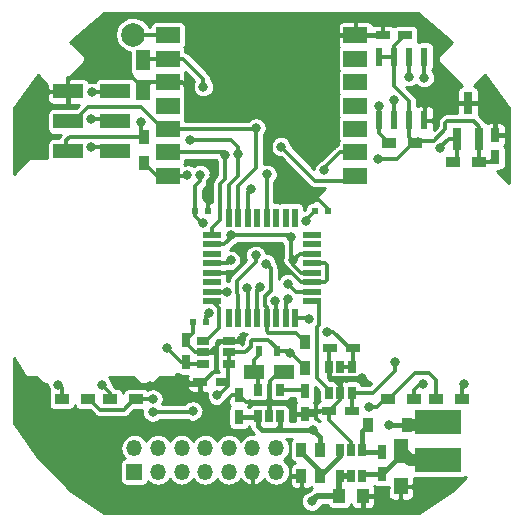
<source format=gtl>
G04 #@! TF.GenerationSoftware,KiCad,Pcbnew,no-vcs-found-6cefb68~58~ubuntu16.04.1*
G04 #@! TF.CreationDate,2017-05-09T13:19:31+03:00*
G04 #@! TF.ProjectId,livolo_2_channels_1way_eu_switch,6C69766F6C6F5F325F6368616E6E656C,rev?*
G04 #@! TF.FileFunction,Copper,L1,Top,Signal*
G04 #@! TF.FilePolarity,Positive*
%FSLAX46Y46*%
G04 Gerber Fmt 4.6, Leading zero omitted, Abs format (unit mm)*
G04 Created by KiCad (PCBNEW no-vcs-found-6cefb68~58~ubuntu16.04.1) date Tue May  9 13:19:31 2017*
%MOMM*%
%LPD*%
G01*
G04 APERTURE LIST*
%ADD10C,0.100000*%
%ADD11R,1.000000X1.250000*%
%ADD12R,4.000000X2.000000*%
%ADD13R,1.200000X2.000000*%
%ADD14R,1.200000X1.400000*%
%ADD15R,0.900000X1.200000*%
%ADD16R,0.650000X1.060000*%
%ADD17R,2.500000X1.270000*%
%ADD18R,1.750000X1.260000*%
%ADD19R,1.200000X0.900000*%
%ADD20R,1.200000X0.750000*%
%ADD21R,0.600000X0.500000*%
%ADD22R,0.750000X1.200000*%
%ADD23R,0.550000X1.600000*%
%ADD24R,1.600000X0.550000*%
%ADD25C,1.998980*%
%ADD26R,1.060000X0.650000*%
%ADD27R,1.998980X1.399540*%
%ADD28R,0.600000X1.550000*%
%ADD29R,0.800000X1.900000*%
%ADD30R,0.500000X0.900000*%
%ADD31R,1.260000X1.750000*%
%ADD32O,1.350000X1.350000*%
%ADD33R,1.350000X1.350000*%
%ADD34C,0.800000*%
%ADD35C,0.300000*%
%ADD36C,0.450000*%
%ADD37C,1.000000*%
%ADD38C,0.800000*%
%ADD39C,0.500000*%
%ADD40C,0.254000*%
G04 APERTURE END LIST*
D10*
D11*
X149000000Y-111600000D03*
X151000000Y-111600000D03*
D12*
X157400000Y-105350000D03*
X157400000Y-108600000D03*
D13*
X154200000Y-107800000D03*
D14*
X154200000Y-110800000D03*
D15*
X145800000Y-107700000D03*
X145800000Y-109900000D03*
D16*
X150000000Y-109900000D03*
X150950000Y-109900000D03*
X149050000Y-109900000D03*
X149050000Y-107700000D03*
X150000000Y-107700000D03*
X150950000Y-107700000D03*
D17*
X126050000Y-82440000D03*
X126050000Y-79900000D03*
X126050000Y-77360000D03*
X130050000Y-77360000D03*
X130050000Y-79900000D03*
X130050000Y-82400000D03*
D18*
X141775000Y-101092000D03*
X144325000Y-101092000D03*
D19*
X160866000Y-83312000D03*
X158666000Y-83312000D03*
D20*
X152675000Y-72600000D03*
X154575000Y-72600000D03*
D21*
X136600000Y-96900000D03*
X137700000Y-96900000D03*
X137900000Y-87500000D03*
X136800000Y-87500000D03*
X146950000Y-87500000D03*
X148050000Y-87500000D03*
D22*
X140500000Y-104950000D03*
X140500000Y-103050000D03*
X146100000Y-104650000D03*
X146100000Y-102750000D03*
X152600000Y-109750000D03*
X152600000Y-107850000D03*
D20*
X150050000Y-104400000D03*
X148150000Y-104400000D03*
D22*
X136000000Y-100300000D03*
X136000000Y-98400000D03*
D20*
X148250000Y-99100000D03*
X150150000Y-99100000D03*
X137250000Y-102000000D03*
X139150000Y-102000000D03*
D15*
X154750000Y-105600000D03*
X151450000Y-105600000D03*
D23*
X145250000Y-96550000D03*
X144450000Y-96550000D03*
X143650000Y-96550000D03*
X142850000Y-96550000D03*
X142050000Y-96550000D03*
X141250000Y-96550000D03*
X140450000Y-96550000D03*
X139650000Y-96550000D03*
D24*
X138200000Y-95100000D03*
X138200000Y-94300000D03*
X138200000Y-93500000D03*
X138200000Y-92700000D03*
X138200000Y-91900000D03*
X138200000Y-91100000D03*
X138200000Y-90300000D03*
X138200000Y-89500000D03*
D23*
X139650000Y-88050000D03*
X140450000Y-88050000D03*
X141250000Y-88050000D03*
X142050000Y-88050000D03*
X142850000Y-88050000D03*
X143650000Y-88050000D03*
X144450000Y-88050000D03*
X145250000Y-88050000D03*
D24*
X146700000Y-89500000D03*
X146700000Y-90300000D03*
X146700000Y-91100000D03*
X146700000Y-91900000D03*
X146700000Y-92700000D03*
X146700000Y-93500000D03*
X146700000Y-94300000D03*
X146700000Y-95100000D03*
D25*
X131550000Y-72550000D03*
D15*
X147400000Y-109900000D03*
X147400000Y-107700000D03*
X146100000Y-100800000D03*
X146100000Y-98600000D03*
X132500000Y-81200000D03*
X132500000Y-83400000D03*
D19*
X155300000Y-103400000D03*
X153100000Y-103400000D03*
X157200000Y-103400000D03*
X159400000Y-103400000D03*
X129600000Y-103400000D03*
X131800000Y-103400000D03*
X127700000Y-103400000D03*
X125500000Y-103400000D03*
D16*
X142100000Y-102650000D03*
X144000000Y-102650000D03*
X144000000Y-104850000D03*
X143050000Y-104850000D03*
X142100000Y-104850000D03*
X149100000Y-100650000D03*
X148150000Y-100650000D03*
X150050000Y-100650000D03*
X150050000Y-102850000D03*
X149100000Y-102850000D03*
X148150000Y-102850000D03*
D26*
X137500000Y-98500000D03*
X137500000Y-99450000D03*
X137500000Y-100400000D03*
X139700000Y-100400000D03*
X139700000Y-98500000D03*
X139700000Y-99450000D03*
D27*
X134499800Y-72598780D03*
X134471860Y-74600300D03*
X134471860Y-76599280D03*
X134471860Y-78550000D03*
X134471860Y-80500720D03*
X134471860Y-82499700D03*
X134471860Y-84501220D03*
X150372260Y-84501220D03*
X150372260Y-82499700D03*
X150372260Y-80500720D03*
X150372260Y-78550000D03*
X150372260Y-76599280D03*
X150372260Y-74600300D03*
X150372260Y-72598780D03*
D22*
X162200000Y-82950000D03*
X162200000Y-81050000D03*
D19*
X153200000Y-81700000D03*
X155400000Y-81700000D03*
D28*
X152400000Y-74400000D03*
X153670000Y-74400000D03*
X154940000Y-74400000D03*
X156210000Y-74400000D03*
X156210000Y-79800000D03*
X154940000Y-79800000D03*
X153670000Y-79800000D03*
X152400000Y-79800000D03*
D29*
X159900000Y-78350000D03*
X160850000Y-81350000D03*
X158950000Y-81350000D03*
D30*
X142200000Y-99300000D03*
X143700000Y-99300000D03*
D31*
X132400000Y-77275000D03*
X132400000Y-74725000D03*
D32*
X143650000Y-107550000D03*
X143650000Y-109550000D03*
X141650000Y-107550000D03*
X141650000Y-109550000D03*
X139650000Y-107550000D03*
X139650000Y-109550000D03*
X137650000Y-107550000D03*
X137650000Y-109550000D03*
X135650000Y-107550000D03*
X135650000Y-109550000D03*
X133650000Y-107550000D03*
X133650000Y-109550000D03*
X131650000Y-107550000D03*
D33*
X131650000Y-109550000D03*
D34*
X137240702Y-84402819D03*
X152300000Y-83100000D03*
X137499998Y-76950010D03*
X145092551Y-91657449D03*
X148000000Y-97700000D03*
X138671485Y-103086161D03*
X144800000Y-99500000D03*
X136600000Y-104400000D03*
X133200000Y-104500000D03*
X132247340Y-79958848D03*
X146225009Y-88306238D03*
X144900000Y-89700000D03*
X139800000Y-89550002D03*
X137450000Y-88524998D03*
X150891952Y-101651983D03*
X140653020Y-98418270D03*
X133014549Y-102315473D03*
X138416234Y-84423097D03*
X138432929Y-78572282D03*
X143992417Y-86553252D03*
X143802464Y-90525717D03*
X137974356Y-96075004D03*
X139800000Y-91667529D03*
X146800000Y-106000000D03*
X153200000Y-105600000D03*
X142799990Y-91945222D03*
X128050002Y-77425000D03*
X146650010Y-112049990D03*
X153700000Y-100300000D03*
X134400000Y-99100000D03*
X136390692Y-81475000D03*
X144061457Y-82036447D03*
X153600000Y-78100000D03*
X140444049Y-82657764D03*
X128000012Y-82050010D03*
X154899998Y-76100000D03*
X139345788Y-82719813D03*
X128000014Y-79725000D03*
X156200000Y-76200000D03*
X141950000Y-80450000D03*
X128900000Y-102200000D03*
X125194336Y-102172950D03*
X159591524Y-102115136D03*
X156099966Y-102100000D03*
X147747836Y-84049990D03*
X146449990Y-96603597D03*
X133235174Y-103400550D03*
X139464930Y-94299484D03*
X144665450Y-93634550D03*
X151500000Y-104100000D03*
X144674574Y-94923329D03*
X142261849Y-93951529D03*
X143586763Y-95086716D03*
X141164942Y-94034130D03*
X157566229Y-82183121D03*
X141918510Y-91228448D03*
X136140940Y-84426258D03*
X141500002Y-85650000D03*
X152350578Y-78550011D03*
X142874990Y-84375000D03*
D35*
X137240702Y-84949774D02*
X137240702Y-84402819D01*
X136800000Y-87500000D02*
X136800000Y-85390476D01*
X136800000Y-85390476D02*
X137240702Y-84949774D01*
X155400000Y-81700000D02*
X155250000Y-81700000D01*
X155250000Y-81700000D02*
X153850000Y-83100000D01*
X153850000Y-83100000D02*
X152300000Y-83100000D01*
X137499998Y-76328948D02*
X137499998Y-76950010D01*
X134471860Y-74600300D02*
X135771350Y-74600300D01*
X154575000Y-72600000D02*
X154350000Y-72600000D01*
X135771350Y-74600300D02*
X137499998Y-76328948D01*
X153670000Y-76911996D02*
X153670000Y-74400000D01*
X154940000Y-78181996D02*
X153670000Y-76911996D01*
X154940000Y-79800000D02*
X154940000Y-78181996D01*
X160850000Y-80332000D02*
X160850000Y-81350000D01*
X160368000Y-79850000D02*
X160850000Y-80332000D01*
X158148000Y-79850000D02*
X160368000Y-79850000D01*
X157988000Y-80563449D02*
X157988000Y-80010000D01*
X157988000Y-80010000D02*
X158148000Y-79850000D01*
X157017449Y-81534000D02*
X157988000Y-80563449D01*
X155448000Y-81534000D02*
X157017449Y-81534000D01*
X155400000Y-81700000D02*
X155400000Y-81582000D01*
X155400000Y-81582000D02*
X155448000Y-81534000D01*
X155400000Y-81700000D02*
X155700000Y-81400000D01*
X160866000Y-83312000D02*
X161838000Y-83312000D01*
X161838000Y-83312000D02*
X162200000Y-82950000D01*
X154575000Y-72600000D02*
X153670000Y-73505000D01*
X153670000Y-73505000D02*
X153670000Y-74400000D01*
X154940000Y-79800000D02*
X154940000Y-81240000D01*
X154940000Y-81240000D02*
X155400000Y-81700000D01*
X153670000Y-74400000D02*
X152400000Y-74400000D01*
X146700000Y-91100000D02*
X145650000Y-91100000D01*
X145650000Y-91100000D02*
X145092551Y-91657449D01*
X144900000Y-89700000D02*
X144900000Y-91464898D01*
X144900000Y-91464898D02*
X145092551Y-91657449D01*
X145092551Y-92011004D02*
X145092551Y-91657449D01*
X145781547Y-92700000D02*
X145092551Y-92011004D01*
X146700000Y-92700000D02*
X145781547Y-92700000D01*
X150150000Y-99100000D02*
X150150000Y-100550000D01*
X150150000Y-100550000D02*
X150050000Y-100650000D01*
X149900000Y-99100000D02*
X148500000Y-97700000D01*
X148500000Y-97700000D02*
X148000000Y-97700000D01*
X138671485Y-103086161D02*
X138813839Y-103086161D01*
X138813839Y-103086161D02*
X139600000Y-102300000D01*
X139600000Y-102300000D02*
X139600000Y-100500000D01*
X139600000Y-100500000D02*
X139700000Y-100400000D01*
X144950000Y-99500000D02*
X144800000Y-99500000D01*
X144600000Y-99300000D02*
X144800000Y-99500000D01*
X146100000Y-100650000D02*
X144950000Y-99500000D01*
X143700000Y-99300000D02*
X144600000Y-99300000D01*
X146100000Y-100800000D02*
X146100000Y-100650000D01*
X139700000Y-99450000D02*
X141007185Y-99450000D01*
X141007185Y-99450000D02*
X141499999Y-98957186D01*
X141499999Y-98489999D02*
X141589999Y-98399999D01*
X142999999Y-98399999D02*
X143700000Y-99100000D01*
X141499999Y-98957186D02*
X141499999Y-98489999D01*
X141589999Y-98399999D02*
X142999999Y-98399999D01*
X143700000Y-99100000D02*
X143700000Y-99300000D01*
X133200000Y-104500000D02*
X136500000Y-104500000D01*
X136500000Y-104500000D02*
X136600000Y-104400000D01*
X132247340Y-79958848D02*
X132247340Y-80947340D01*
X132247340Y-80947340D02*
X132500000Y-81200000D01*
X134471860Y-74600300D02*
X132524700Y-74600300D01*
X132524700Y-74600300D02*
X132400000Y-74725000D01*
X126050000Y-82440000D02*
X125435000Y-82440000D01*
X150050000Y-100650000D02*
X150050000Y-100855000D01*
X136800000Y-87500000D02*
X136800000Y-87875000D01*
X136800000Y-87875000D02*
X137325002Y-88400000D01*
X146225009Y-88306238D02*
X146225009Y-88224991D01*
X146225009Y-88224991D02*
X146950000Y-87500000D01*
X144900000Y-89700000D02*
X144750002Y-89550002D01*
X137325002Y-88400000D02*
X137450000Y-88524998D01*
X139800000Y-89550002D02*
X139800000Y-89775000D01*
X139800000Y-89775000D02*
X139275000Y-90300000D01*
X139275000Y-90300000D02*
X138200000Y-90300000D01*
X160866000Y-83312000D02*
X160866000Y-81366000D01*
X160866000Y-81366000D02*
X160850000Y-81350000D01*
X154390000Y-72785000D02*
X154575000Y-72600000D01*
X125285000Y-82440000D02*
X125900000Y-82440000D01*
X125900000Y-82440000D02*
X125900000Y-81505000D01*
X125900000Y-81505000D02*
X126205000Y-81200000D01*
X126205000Y-81200000D02*
X132500000Y-81200000D01*
X144750002Y-89550002D02*
X139800000Y-89550002D01*
X146100000Y-100800000D02*
X146100000Y-100950000D01*
X150050000Y-100650000D02*
X149100000Y-100650000D01*
X139700000Y-100400000D02*
X139700000Y-99450000D01*
X137900000Y-87500000D02*
X137900000Y-84939331D01*
X137900000Y-84939331D02*
X138416234Y-84423097D01*
X143992417Y-83225411D02*
X143992417Y-86553252D01*
X143211455Y-82444449D02*
X143992417Y-83225411D01*
X143211455Y-78460095D02*
X143211455Y-82444449D01*
X143700000Y-77971550D02*
X143211455Y-78460095D01*
X156210000Y-79325000D02*
X156210000Y-79800000D01*
X143802464Y-91569459D02*
X145733005Y-93500000D01*
X145733005Y-93500000D02*
X146700000Y-93500000D01*
X143802464Y-90525717D02*
X143802464Y-91569459D01*
X148150000Y-100650000D02*
X148150000Y-99200000D01*
X148150000Y-99200000D02*
X148250000Y-99100000D01*
X140500000Y-103050000D02*
X139950000Y-103050000D01*
X139950000Y-103050000D02*
X138700000Y-104300000D01*
X138700000Y-104300000D02*
X138200000Y-104300000D01*
X138200000Y-104300000D02*
X137250000Y-103350000D01*
X137250000Y-103350000D02*
X137250000Y-102000000D01*
X137250000Y-102000000D02*
X137475000Y-102000000D01*
X137475000Y-102000000D02*
X138525000Y-100950000D01*
X138525000Y-100950000D02*
X138525000Y-99000000D01*
X133130022Y-102200000D02*
X137150000Y-102200000D01*
X148150000Y-101325000D02*
X148150000Y-100650000D01*
X142150000Y-103630001D02*
X141080001Y-103630001D01*
X141080001Y-103630001D02*
X140500000Y-103050000D01*
X138075000Y-99450000D02*
X138525000Y-99000000D01*
X138525000Y-99000000D02*
X139025000Y-98500000D01*
X136600000Y-96900000D02*
X136600000Y-97800000D01*
X136600000Y-97800000D02*
X136000000Y-98400000D01*
X137500000Y-99450000D02*
X136825000Y-99450000D01*
X136000000Y-98625000D02*
X136000000Y-98400000D01*
X136825000Y-99450000D02*
X136000000Y-98625000D01*
X150000000Y-107700000D02*
X150000000Y-107000000D01*
X150000000Y-107000000D02*
X148150000Y-105150000D01*
X148150000Y-105150000D02*
X148150000Y-104400000D01*
X149100000Y-102850000D02*
X149100000Y-103450000D01*
X149100000Y-103450000D02*
X148150000Y-104400000D01*
X148150000Y-104400000D02*
X146350000Y-104400000D01*
X146350000Y-104400000D02*
X146100000Y-104650000D01*
X143030001Y-103630001D02*
X143100000Y-103560002D01*
X143100000Y-103560002D02*
X143100000Y-101884998D01*
X143100000Y-101884998D02*
X143892998Y-101092000D01*
X143892998Y-101092000D02*
X144325000Y-101092000D01*
X149100000Y-102275000D02*
X148425000Y-101600000D01*
X148425000Y-101600000D02*
X148150000Y-101325000D01*
X150891952Y-101651983D02*
X148476983Y-101651983D01*
X148476983Y-101651983D02*
X148425000Y-101600000D01*
X140571290Y-98500000D02*
X140653020Y-98418270D01*
X139700000Y-98500000D02*
X140571290Y-98500000D01*
X126100000Y-76200000D02*
X126050000Y-76250000D01*
X126050000Y-76250000D02*
X126050000Y-77360000D01*
X131570000Y-76200000D02*
X126100000Y-76200000D01*
X132400000Y-77030000D02*
X131570000Y-76200000D01*
X133130022Y-102200000D02*
X133014549Y-102315473D01*
X132400000Y-77275000D02*
X132400000Y-77030000D01*
X126665000Y-77360000D02*
X126050000Y-77360000D01*
X134471860Y-76599280D02*
X133075720Y-76599280D01*
X133075720Y-76599280D02*
X132400000Y-77275000D01*
X125900000Y-77360000D02*
X126515000Y-77360000D01*
X144405001Y-103630001D02*
X142150000Y-103630001D01*
X137500000Y-99450000D02*
X138075000Y-99450000D01*
X139025000Y-98500000D02*
X139700000Y-98500000D01*
X149100000Y-102850000D02*
X149100000Y-102275000D01*
X148050000Y-87500000D02*
X148050000Y-87350000D01*
X148050000Y-87350000D02*
X147253252Y-86553252D01*
X147253252Y-86553252D02*
X143992417Y-86553252D01*
X138297618Y-84541713D02*
X138416234Y-84423097D01*
X137063546Y-77971550D02*
X138425000Y-77971550D01*
X138425000Y-77971550D02*
X143700000Y-77971550D01*
X138432929Y-78572282D02*
X138432929Y-77979479D01*
X138432929Y-77979479D02*
X138425000Y-77971550D01*
X150372260Y-72598780D02*
X152673780Y-72598780D01*
X152673780Y-72598780D02*
X152675000Y-72600000D01*
X147950001Y-92050001D02*
X147950001Y-93349999D01*
X147950001Y-93349999D02*
X147800000Y-93500000D01*
X146700000Y-93500000D02*
X147800000Y-93500000D01*
X147800000Y-91900000D02*
X147950001Y-92050001D01*
X146700000Y-91900000D02*
X147800000Y-91900000D01*
X138200000Y-92700000D02*
X140053139Y-92700000D01*
X140053139Y-92700000D02*
X140925000Y-91828139D01*
X140925000Y-91828139D02*
X140925000Y-90963954D01*
X140925000Y-90963954D02*
X141513954Y-90375000D01*
X143750717Y-90525717D02*
X143802464Y-90525717D01*
X141513954Y-90375000D02*
X143600000Y-90375000D01*
X143600000Y-90375000D02*
X143750717Y-90525717D01*
X135691276Y-76599280D02*
X137063546Y-77971550D01*
X134471860Y-76599280D02*
X135691276Y-76599280D01*
X146700000Y-93500000D02*
X146633174Y-93433174D01*
X150721040Y-72250000D02*
X150372260Y-72598780D01*
X150372260Y-72598780D02*
X149072770Y-72598780D01*
X149072770Y-72598780D02*
X143700000Y-77971550D01*
X143050000Y-104850000D02*
X143050000Y-103650000D01*
X143050000Y-103650000D02*
X143030001Y-103630001D01*
X143030001Y-103630001D02*
X142150000Y-103630001D01*
X146200000Y-104750000D02*
X146100000Y-104650000D01*
X146100000Y-104650000D02*
X145425000Y-104650000D01*
X145425000Y-104650000D02*
X144405001Y-103630001D01*
X139750000Y-98550000D02*
X139700000Y-98500000D01*
X137700000Y-96900000D02*
X137700000Y-96349360D01*
X137700000Y-96349360D02*
X137974356Y-96075004D01*
X139567529Y-91900000D02*
X139800000Y-91667529D01*
X138200000Y-91900000D02*
X139567529Y-91900000D01*
X144000000Y-102650000D02*
X146000000Y-102650000D01*
X146000000Y-102650000D02*
X146100000Y-102750000D01*
D36*
X140500000Y-104950000D02*
X142000000Y-104950000D01*
X142000000Y-104950000D02*
X142100000Y-104850000D01*
D37*
X154750000Y-105600000D02*
X157150000Y-105600000D01*
D38*
X157150000Y-105600000D02*
X157400000Y-105350000D01*
D36*
X147400000Y-107700000D02*
X147400000Y-106600000D01*
X147400000Y-106600000D02*
X146800000Y-106000000D01*
X146800000Y-106000000D02*
X146775000Y-106025000D01*
X146775000Y-106025000D02*
X143655000Y-106025000D01*
X154850000Y-105600000D02*
X153200000Y-105600000D01*
X144000000Y-104850000D02*
X144000000Y-105680000D01*
X144000000Y-105680000D02*
X143655000Y-106025000D01*
X143655000Y-106025000D02*
X142445000Y-106025000D01*
X142445000Y-106025000D02*
X142100000Y-105680000D01*
X142100000Y-105680000D02*
X142100000Y-104850000D01*
D35*
X143248544Y-97800001D02*
X145300001Y-97800001D01*
X142850000Y-96550000D02*
X142850000Y-97650000D01*
X142999988Y-97799988D02*
X143248531Y-97799988D01*
X143248531Y-97799988D02*
X143248544Y-97800001D01*
X142850000Y-97650000D02*
X142999988Y-97799988D01*
X145300001Y-97800001D02*
X146100000Y-98600000D01*
X142736761Y-94699822D02*
X143199989Y-94236594D01*
X142736761Y-95494718D02*
X142736761Y-94699822D01*
X143199989Y-92345221D02*
X142799990Y-91945222D01*
X143199989Y-94236594D02*
X143199989Y-92345221D01*
X142850000Y-96550000D02*
X142850000Y-95607957D01*
X142850000Y-95607957D02*
X142736761Y-95494718D01*
X129835000Y-77425000D02*
X128050002Y-77425000D01*
X129900000Y-77360000D02*
X129835000Y-77425000D01*
D36*
X152600000Y-109750000D02*
X154200000Y-108150000D01*
X154200000Y-108150000D02*
X154200000Y-107800000D01*
D37*
X157400000Y-108600000D02*
X155000000Y-108600000D01*
X155000000Y-108600000D02*
X154200000Y-107800000D01*
D36*
X152600000Y-109750000D02*
X151100000Y-109750000D01*
X151100000Y-109750000D02*
X150950000Y-109900000D01*
X152600000Y-107850000D02*
X151100000Y-107850000D01*
X151100000Y-107850000D02*
X150950000Y-107700000D01*
X150950000Y-107700000D02*
X150950000Y-106100000D01*
X150950000Y-106100000D02*
X151450000Y-105600000D01*
D39*
X147100000Y-111600000D02*
X146650010Y-112049990D01*
X149000000Y-111600000D02*
X147100000Y-111600000D01*
X131650000Y-107550000D02*
X131600000Y-107500000D01*
X149000000Y-111600000D02*
X149000000Y-109950000D01*
X149000000Y-109950000D02*
X149050000Y-109900000D01*
X150000000Y-109900000D02*
X149050000Y-109900000D01*
D35*
X150050000Y-104400000D02*
X150050000Y-102850000D01*
X150050000Y-102850000D02*
X151850000Y-102850000D01*
X151850000Y-102850000D02*
X153700000Y-101000000D01*
X153700000Y-101000000D02*
X153700000Y-100300000D01*
X136000000Y-100300000D02*
X135600000Y-100300000D01*
X135600000Y-100300000D02*
X134400000Y-99100000D01*
X137500000Y-100400000D02*
X136100000Y-100400000D01*
X136100000Y-100400000D02*
X136000000Y-100300000D01*
X139826970Y-81475000D02*
X136390692Y-81475000D01*
X140444049Y-82657764D02*
X140444049Y-82092079D01*
X140444049Y-82092079D02*
X139826970Y-81475000D01*
X150072540Y-84501220D02*
X149673760Y-84900000D01*
X150372260Y-84501220D02*
X150072540Y-84501220D01*
X149673760Y-84900000D02*
X146925010Y-84900000D01*
X146925010Y-84900000D02*
X144061457Y-82036447D01*
X153670000Y-79800000D02*
X153670000Y-78170000D01*
X153670000Y-78170000D02*
X153600000Y-78100000D01*
X153670000Y-79800000D02*
X153670000Y-80275000D01*
X139650000Y-85283349D02*
X140444049Y-84489300D01*
X140444049Y-84489300D02*
X140444049Y-82657764D01*
X139650000Y-88050000D02*
X139650000Y-85283349D01*
X129550010Y-82050010D02*
X128000012Y-82050010D01*
X129900000Y-82400000D02*
X129550010Y-82050010D01*
X138900000Y-85184806D02*
X139345788Y-84739018D01*
X138900000Y-88225000D02*
X138900000Y-85184806D01*
X139345788Y-84739018D02*
X139345788Y-82719813D01*
X138200000Y-88925000D02*
X138900000Y-88225000D01*
X138200000Y-89500000D02*
X138200000Y-88925000D01*
X154940000Y-74400000D02*
X154940000Y-76059998D01*
X154940000Y-76059998D02*
X154899998Y-76100000D01*
X139125675Y-82499700D02*
X139345788Y-82719813D01*
X134471860Y-82499700D02*
X139125675Y-82499700D01*
X129725000Y-79725000D02*
X128000014Y-79725000D01*
X129900000Y-79900000D02*
X129725000Y-79725000D01*
X156210000Y-74400000D02*
X156210000Y-76190000D01*
X156210000Y-76190000D02*
X156200000Y-76200000D01*
X134050950Y-80500720D02*
X134471860Y-80500720D01*
X127714999Y-78700001D02*
X132250231Y-78700001D01*
X126515000Y-79900000D02*
X127714999Y-78700001D01*
X125900000Y-79900000D02*
X126515000Y-79900000D01*
X132250231Y-78700001D02*
X134050950Y-80500720D01*
X134521140Y-80550000D02*
X141850000Y-80550000D01*
X141950000Y-83831892D02*
X141950000Y-80450000D01*
X140450000Y-88050000D02*
X140450000Y-85331892D01*
X140450000Y-85331892D02*
X141950000Y-83831892D01*
X134471860Y-80500720D02*
X134521140Y-80550000D01*
X141850000Y-80550000D02*
X141950000Y-80450000D01*
X129600000Y-103400000D02*
X129600000Y-102900000D01*
X129600000Y-102900000D02*
X128900000Y-102200000D01*
X125500000Y-103400000D02*
X125500000Y-102478614D01*
X125500000Y-102478614D02*
X125194336Y-102172950D01*
X159400000Y-103400000D02*
X159400000Y-102306660D01*
X159400000Y-102306660D02*
X159591524Y-102115136D01*
X155850000Y-102100000D02*
X156099966Y-102100000D01*
X155300000Y-103400000D02*
X155300000Y-102650000D01*
X155300000Y-102650000D02*
X155850000Y-102100000D01*
X147747836Y-83824634D02*
X147747836Y-84049990D01*
X149072770Y-82499700D02*
X147747836Y-83824634D01*
X150372260Y-82499700D02*
X149072770Y-82499700D01*
X145250000Y-96550000D02*
X146396393Y-96550000D01*
X146396393Y-96550000D02*
X146449990Y-96603597D01*
X137705000Y-98500000D02*
X137500000Y-98500000D01*
X138850002Y-97354998D02*
X137705000Y-98500000D01*
X138850002Y-95667010D02*
X138850002Y-97354998D01*
X138282992Y-95100000D02*
X138850002Y-95667010D01*
X138200000Y-95100000D02*
X138282992Y-95100000D01*
X133234624Y-103400000D02*
X133235174Y-103400550D01*
X131800000Y-103400000D02*
X133234624Y-103400000D01*
X139464414Y-94300000D02*
X139464930Y-94299484D01*
X138200000Y-94300000D02*
X139464414Y-94300000D01*
X127700000Y-103400000D02*
X127850000Y-103400000D01*
X127850000Y-103400000D02*
X128750001Y-104300001D01*
X131650000Y-103400000D02*
X131800000Y-103400000D01*
X128750001Y-104300001D02*
X130749999Y-104300001D01*
X130749999Y-104300001D02*
X131650000Y-103400000D01*
X146700000Y-95100000D02*
X147225000Y-95100000D01*
X147225000Y-95100000D02*
X147300000Y-95175000D01*
X147300000Y-95175000D02*
X147300000Y-97141998D01*
X148150000Y-102645000D02*
X148150000Y-102850000D01*
X147300000Y-97141998D02*
X147100000Y-97341998D01*
X147100000Y-97341998D02*
X147100000Y-101595000D01*
X147100000Y-101595000D02*
X148150000Y-102645000D01*
X153100000Y-103400000D02*
X152900000Y-103400000D01*
X152900000Y-103400000D02*
X152200000Y-104100000D01*
X152200000Y-104100000D02*
X151500000Y-104100000D01*
X157200000Y-103400000D02*
X157200000Y-101800000D01*
X157200000Y-101800000D02*
X156600000Y-101200000D01*
X156600000Y-101200000D02*
X155450000Y-101200000D01*
X155450000Y-101200000D02*
X153250000Y-103400000D01*
X153250000Y-103400000D02*
X153100000Y-103400000D01*
X146700000Y-94300000D02*
X145330900Y-94300000D01*
X145330900Y-94300000D02*
X144665450Y-93634550D01*
X134499800Y-72598780D02*
X131598780Y-72598780D01*
X131598780Y-72598780D02*
X131550000Y-72550000D01*
D36*
X147400000Y-109900000D02*
X147400000Y-109504998D01*
X147400000Y-109504998D02*
X145800000Y-107904998D01*
X145800000Y-107904998D02*
X145800000Y-107700000D01*
X149050000Y-107700000D02*
X149050000Y-108250000D01*
X149050000Y-108250000D02*
X147400000Y-109900000D01*
D35*
X149050000Y-107905000D02*
X149050000Y-107700000D01*
X144450000Y-96550000D02*
X144450000Y-95147903D01*
X144450000Y-95147903D02*
X144674574Y-94923329D01*
X142050000Y-96550000D02*
X142050000Y-94163378D01*
X142050000Y-94163378D02*
X142261849Y-93951529D01*
X143650000Y-96550000D02*
X143650000Y-95149953D01*
X143650000Y-95149953D02*
X143586763Y-95086716D01*
X141250000Y-96550000D02*
X141250000Y-94119188D01*
X141250000Y-94119188D02*
X141164942Y-94034130D01*
X141918510Y-91794133D02*
X141918510Y-91228448D01*
X140314940Y-94442132D02*
X140314940Y-93397703D01*
X140450000Y-96550000D02*
X140450000Y-94577192D01*
X140314940Y-93397703D02*
X141918510Y-91794133D01*
X140450000Y-94577192D02*
X140314940Y-94442132D01*
X158950000Y-81350000D02*
X158950000Y-83028000D01*
X158950000Y-83028000D02*
X158666000Y-83312000D01*
X159004000Y-81404000D02*
X158950000Y-81350000D01*
X158950000Y-81350000D02*
X158250000Y-81350000D01*
X158250000Y-81350000D02*
X157566229Y-82033771D01*
X157566229Y-82033771D02*
X157566229Y-82183121D01*
X136065978Y-84501220D02*
X136140940Y-84426258D01*
X134471860Y-84501220D02*
X136065978Y-84501220D01*
X141250000Y-88050000D02*
X141250000Y-85900002D01*
X141250000Y-85900002D02*
X141500002Y-85650000D01*
X134471860Y-84501220D02*
X133601220Y-84501220D01*
X133601220Y-84501220D02*
X132500000Y-83400000D01*
X152400000Y-78599433D02*
X152350578Y-78550011D01*
X152400000Y-79800000D02*
X152400000Y-78599433D01*
X153200000Y-81700000D02*
X152400000Y-80900000D01*
X152400000Y-80900000D02*
X152400000Y-79800000D01*
X142850000Y-84399990D02*
X142874990Y-84375000D01*
X142850000Y-88050000D02*
X142850000Y-84399990D01*
X141775000Y-101092000D02*
X141775000Y-100057000D01*
X141775000Y-100057000D02*
X142264000Y-99568000D01*
X142100000Y-102650000D02*
X142100000Y-101417000D01*
X142100000Y-101417000D02*
X141775000Y-101092000D01*
D40*
G36*
X122390707Y-101464684D02*
X122410197Y-101489803D01*
X122451399Y-101517333D01*
X122500000Y-101527000D01*
X123408590Y-101527000D01*
X123510131Y-101684561D01*
X123681371Y-101861885D01*
X123883793Y-102002572D01*
X124109686Y-102101262D01*
X124287663Y-102140393D01*
X124286143Y-102249213D01*
X124318253Y-102424163D01*
X124383732Y-102589544D01*
X124457010Y-102703249D01*
X124429327Y-102755041D01*
X124400336Y-102850611D01*
X124390547Y-102950000D01*
X124390547Y-103850000D01*
X124400336Y-103949389D01*
X124429327Y-104044959D01*
X124476405Y-104133037D01*
X124539762Y-104210238D01*
X124616963Y-104273595D01*
X124705041Y-104320673D01*
X124800611Y-104349664D01*
X124900000Y-104359453D01*
X126100000Y-104359453D01*
X126199389Y-104349664D01*
X126294959Y-104320673D01*
X126383037Y-104273595D01*
X126460238Y-104210238D01*
X126523595Y-104133037D01*
X126570673Y-104044959D01*
X126599664Y-103949389D01*
X126600000Y-103945978D01*
X126600336Y-103949389D01*
X126629327Y-104044959D01*
X126676405Y-104133037D01*
X126739762Y-104210238D01*
X126816963Y-104273595D01*
X126905041Y-104320673D01*
X127000611Y-104349664D01*
X127100000Y-104359453D01*
X127880315Y-104359453D01*
X128285432Y-104764570D01*
X128332300Y-104803068D01*
X128378818Y-104842101D01*
X128381846Y-104843766D01*
X128384515Y-104845958D01*
X128437983Y-104874627D01*
X128491181Y-104903873D01*
X128494475Y-104904918D01*
X128497519Y-104906550D01*
X128555538Y-104924288D01*
X128613403Y-104942644D01*
X128616837Y-104943029D01*
X128620140Y-104944039D01*
X128680551Y-104950176D01*
X128740828Y-104956937D01*
X128747571Y-104956984D01*
X128747708Y-104956998D01*
X128747836Y-104956986D01*
X128750001Y-104957001D01*
X130749999Y-104957001D01*
X130810390Y-104951080D01*
X130870856Y-104945790D01*
X130874174Y-104944826D01*
X130877611Y-104944489D01*
X130935711Y-104926947D01*
X130993988Y-104910016D01*
X130997054Y-104908427D01*
X131000362Y-104907428D01*
X131053918Y-104878951D01*
X131107827Y-104851008D01*
X131110530Y-104848850D01*
X131113577Y-104847230D01*
X131160581Y-104808895D01*
X131208037Y-104771011D01*
X131212842Y-104766272D01*
X131212944Y-104766189D01*
X131213022Y-104766095D01*
X131214568Y-104764570D01*
X131619685Y-104359453D01*
X132302571Y-104359453D01*
X132294291Y-104398408D01*
X132291807Y-104576263D01*
X132323917Y-104751213D01*
X132389396Y-104916594D01*
X132485750Y-105066107D01*
X132609311Y-105194058D01*
X132755370Y-105295572D01*
X132918365Y-105366782D01*
X133092088Y-105404978D01*
X133269921Y-105408703D01*
X133445091Y-105377816D01*
X133610925Y-105313493D01*
X133761107Y-105218184D01*
X133825357Y-105157000D01*
X136099872Y-105157000D01*
X136155370Y-105195572D01*
X136318365Y-105266782D01*
X136492088Y-105304978D01*
X136669921Y-105308703D01*
X136845091Y-105277816D01*
X137010925Y-105213493D01*
X137161107Y-105118184D01*
X137289917Y-104995520D01*
X137392448Y-104850173D01*
X137464795Y-104687679D01*
X137504202Y-104514227D01*
X137507039Y-104311064D01*
X137472490Y-104136580D01*
X137404709Y-103972129D01*
X137306276Y-103823975D01*
X137180941Y-103697763D01*
X137033479Y-103598298D01*
X136869505Y-103529370D01*
X136695266Y-103493604D01*
X136517398Y-103492362D01*
X136342677Y-103525692D01*
X136177757Y-103592324D01*
X136028920Y-103689720D01*
X135901836Y-103814170D01*
X135882096Y-103843000D01*
X134031061Y-103843000D01*
X134099969Y-103688229D01*
X134139376Y-103514777D01*
X134142213Y-103311614D01*
X134107664Y-103137130D01*
X134039883Y-102972679D01*
X133941450Y-102824525D01*
X133816115Y-102698313D01*
X133668653Y-102598848D01*
X133504679Y-102529920D01*
X133330440Y-102494154D01*
X133152572Y-102492912D01*
X132977851Y-102526242D01*
X132812931Y-102592874D01*
X132780310Y-102614220D01*
X132760238Y-102589762D01*
X132683037Y-102526405D01*
X132594959Y-102479327D01*
X132499389Y-102450336D01*
X132400000Y-102440547D01*
X131200000Y-102440547D01*
X131100611Y-102450336D01*
X131005041Y-102479327D01*
X130916963Y-102526405D01*
X130839762Y-102589762D01*
X130776405Y-102666963D01*
X130729327Y-102755041D01*
X130700336Y-102850611D01*
X130700000Y-102854022D01*
X130699664Y-102850611D01*
X130670673Y-102755041D01*
X130623595Y-102666963D01*
X130560238Y-102589762D01*
X130483037Y-102526405D01*
X130394959Y-102479327D01*
X130299389Y-102450336D01*
X130200000Y-102440547D01*
X130069615Y-102440547D01*
X130066268Y-102437153D01*
X130066188Y-102437055D01*
X130066098Y-102436980D01*
X130064569Y-102435430D01*
X129818889Y-102189750D01*
X136143000Y-102189750D01*
X136143000Y-102424935D01*
X136162484Y-102522887D01*
X136200703Y-102615155D01*
X136256187Y-102698194D01*
X136326806Y-102768813D01*
X136409846Y-102824298D01*
X136502114Y-102862516D01*
X136600065Y-102882000D01*
X137060250Y-102882000D01*
X137187000Y-102755250D01*
X137187000Y-102063000D01*
X136269750Y-102063000D01*
X136143000Y-102189750D01*
X129818889Y-102189750D01*
X129806119Y-102176980D01*
X129807039Y-102111064D01*
X129772490Y-101936580D01*
X129704709Y-101772129D01*
X129606276Y-101623975D01*
X129509975Y-101527000D01*
X131608590Y-101527000D01*
X131710131Y-101684561D01*
X131881371Y-101861885D01*
X132083793Y-102002572D01*
X132309686Y-102101262D01*
X132550446Y-102154197D01*
X132796902Y-102159359D01*
X133039668Y-102116553D01*
X133269495Y-102027409D01*
X133477631Y-101895322D01*
X133656147Y-101725324D01*
X133796048Y-101527000D01*
X135000000Y-101527000D01*
X135027878Y-101523902D01*
X135073171Y-101503802D01*
X135107325Y-101467899D01*
X135250046Y-101242307D01*
X135264762Y-101260238D01*
X135341963Y-101323595D01*
X135430041Y-101370673D01*
X135525611Y-101399664D01*
X135625000Y-101409453D01*
X136190510Y-101409453D01*
X136162484Y-101477113D01*
X136143000Y-101575065D01*
X136143000Y-101810250D01*
X136269750Y-101937000D01*
X137187000Y-101937000D01*
X137187000Y-101917000D01*
X137313000Y-101917000D01*
X137313000Y-101937000D01*
X137333000Y-101937000D01*
X137333000Y-102063000D01*
X137313000Y-102063000D01*
X137313000Y-102755250D01*
X137439750Y-102882000D01*
X137787578Y-102882000D01*
X137765776Y-102984569D01*
X137763292Y-103162424D01*
X137795402Y-103337374D01*
X137860881Y-103502755D01*
X137957235Y-103652268D01*
X138080796Y-103780219D01*
X138226855Y-103881733D01*
X138389850Y-103952943D01*
X138563573Y-103991139D01*
X138741406Y-103994864D01*
X138916576Y-103963977D01*
X139082410Y-103899654D01*
X139232592Y-103804345D01*
X139361402Y-103681681D01*
X139463933Y-103536334D01*
X139536280Y-103373840D01*
X139560087Y-103269051D01*
X139716136Y-103113002D01*
X139744748Y-103113002D01*
X139618000Y-103239750D01*
X139618000Y-103699935D01*
X139637484Y-103797886D01*
X139675702Y-103890154D01*
X139731187Y-103973194D01*
X139757096Y-103999103D01*
X139701405Y-104066963D01*
X139654327Y-104155041D01*
X139625336Y-104250611D01*
X139615547Y-104350000D01*
X139615547Y-105550000D01*
X139625336Y-105649389D01*
X139654327Y-105744959D01*
X139701405Y-105833037D01*
X139764762Y-105910238D01*
X139841963Y-105973595D01*
X139930041Y-106020673D01*
X140025611Y-106049664D01*
X140125000Y-106059453D01*
X140875000Y-106059453D01*
X140974389Y-106049664D01*
X141069959Y-106020673D01*
X141158037Y-105973595D01*
X141235238Y-105910238D01*
X141298595Y-105833037D01*
X141345673Y-105744959D01*
X141364772Y-105682000D01*
X141366967Y-105682000D01*
X141368363Y-105683700D01*
X141374596Y-105747266D01*
X141380491Y-105814652D01*
X141381566Y-105818350D01*
X141381941Y-105822180D01*
X141401492Y-105886937D01*
X141420349Y-105951842D01*
X141422118Y-105955256D01*
X141423232Y-105958944D01*
X141454984Y-106018660D01*
X141486093Y-106078676D01*
X141488496Y-106081686D01*
X141490302Y-106085083D01*
X141533016Y-106137455D01*
X141575221Y-106190325D01*
X141580504Y-106195681D01*
X141580594Y-106195792D01*
X141580697Y-106195877D01*
X141582398Y-106197602D01*
X141757542Y-106372746D01*
X141658252Y-106362310D01*
X141428515Y-106383217D01*
X141207215Y-106448350D01*
X141002780Y-106555226D01*
X140822998Y-106699774D01*
X140674716Y-106876490D01*
X140650581Y-106920392D01*
X140634513Y-106890172D01*
X140488713Y-106711403D01*
X140310966Y-106564359D01*
X140108043Y-106454639D01*
X139887674Y-106386423D01*
X139658252Y-106362310D01*
X139428515Y-106383217D01*
X139207215Y-106448350D01*
X139002780Y-106555226D01*
X138822998Y-106699774D01*
X138674716Y-106876490D01*
X138650581Y-106920392D01*
X138634513Y-106890172D01*
X138488713Y-106711403D01*
X138310966Y-106564359D01*
X138108043Y-106454639D01*
X137887674Y-106386423D01*
X137658252Y-106362310D01*
X137428515Y-106383217D01*
X137207215Y-106448350D01*
X137002780Y-106555226D01*
X136822998Y-106699774D01*
X136674716Y-106876490D01*
X136650581Y-106920392D01*
X136634513Y-106890172D01*
X136488713Y-106711403D01*
X136310966Y-106564359D01*
X136108043Y-106454639D01*
X135887674Y-106386423D01*
X135658252Y-106362310D01*
X135428515Y-106383217D01*
X135207215Y-106448350D01*
X135002780Y-106555226D01*
X134822998Y-106699774D01*
X134674716Y-106876490D01*
X134650581Y-106920392D01*
X134634513Y-106890172D01*
X134488713Y-106711403D01*
X134310966Y-106564359D01*
X134108043Y-106454639D01*
X133887674Y-106386423D01*
X133658252Y-106362310D01*
X133428515Y-106383217D01*
X133207215Y-106448350D01*
X133002780Y-106555226D01*
X132822998Y-106699774D01*
X132674716Y-106876490D01*
X132650581Y-106920392D01*
X132634513Y-106890172D01*
X132488713Y-106711403D01*
X132310966Y-106564359D01*
X132108043Y-106454639D01*
X131887674Y-106386423D01*
X131658252Y-106362310D01*
X131428515Y-106383217D01*
X131207215Y-106448350D01*
X131002780Y-106555226D01*
X130822998Y-106699774D01*
X130674716Y-106876490D01*
X130563582Y-107078642D01*
X130493830Y-107298529D01*
X130468115Y-107527778D01*
X130468000Y-107544281D01*
X130468000Y-107555719D01*
X130490511Y-107785304D01*
X130557187Y-108006144D01*
X130665487Y-108209828D01*
X130811287Y-108388597D01*
X130816816Y-108393171D01*
X130780041Y-108404327D01*
X130691963Y-108451405D01*
X130614762Y-108514762D01*
X130551405Y-108591963D01*
X130504327Y-108680041D01*
X130475336Y-108775611D01*
X130465547Y-108875000D01*
X130465547Y-110225000D01*
X130475336Y-110324389D01*
X130504327Y-110419959D01*
X130551405Y-110508037D01*
X130614762Y-110585238D01*
X130691963Y-110648595D01*
X130780041Y-110695673D01*
X130875611Y-110724664D01*
X130975000Y-110734453D01*
X132325000Y-110734453D01*
X132424389Y-110724664D01*
X132519959Y-110695673D01*
X132608037Y-110648595D01*
X132685238Y-110585238D01*
X132748595Y-110508037D01*
X132795673Y-110419959D01*
X132806840Y-110383145D01*
X132811287Y-110388597D01*
X132989034Y-110535641D01*
X133191957Y-110645361D01*
X133412326Y-110713577D01*
X133641748Y-110737690D01*
X133871485Y-110716783D01*
X134092785Y-110651650D01*
X134297220Y-110544774D01*
X134477002Y-110400226D01*
X134625284Y-110223510D01*
X134649419Y-110179608D01*
X134665487Y-110209828D01*
X134811287Y-110388597D01*
X134989034Y-110535641D01*
X135191957Y-110645361D01*
X135412326Y-110713577D01*
X135641748Y-110737690D01*
X135871485Y-110716783D01*
X136092785Y-110651650D01*
X136297220Y-110544774D01*
X136477002Y-110400226D01*
X136625284Y-110223510D01*
X136649419Y-110179608D01*
X136665487Y-110209828D01*
X136811287Y-110388597D01*
X136989034Y-110535641D01*
X137191957Y-110645361D01*
X137412326Y-110713577D01*
X137641748Y-110737690D01*
X137871485Y-110716783D01*
X138092785Y-110651650D01*
X138297220Y-110544774D01*
X138477002Y-110400226D01*
X138625284Y-110223510D01*
X138649419Y-110179608D01*
X138665487Y-110209828D01*
X138811287Y-110388597D01*
X138989034Y-110535641D01*
X139191957Y-110645361D01*
X139412326Y-110713577D01*
X139641748Y-110737690D01*
X139871485Y-110716783D01*
X140092785Y-110651650D01*
X140297220Y-110544774D01*
X140477002Y-110400226D01*
X140625284Y-110223510D01*
X140651685Y-110175487D01*
X140676527Y-110220433D01*
X140826027Y-110397466D01*
X141007192Y-110541931D01*
X141213060Y-110648277D01*
X141403133Y-110705933D01*
X141587000Y-110603368D01*
X141587000Y-109613000D01*
X141567000Y-109613000D01*
X141567000Y-109487000D01*
X141587000Y-109487000D01*
X141587000Y-109467000D01*
X141713000Y-109467000D01*
X141713000Y-109487000D01*
X141733000Y-109487000D01*
X141733000Y-109613000D01*
X141713000Y-109613000D01*
X141713000Y-110603368D01*
X141896867Y-110705933D01*
X142086940Y-110648277D01*
X142292808Y-110541931D01*
X142473973Y-110397466D01*
X142623473Y-110220433D01*
X142647761Y-110176490D01*
X142665487Y-110209828D01*
X142811287Y-110388597D01*
X142989034Y-110535641D01*
X143191957Y-110645361D01*
X143412326Y-110713577D01*
X143641748Y-110737690D01*
X143871485Y-110716783D01*
X144092785Y-110651650D01*
X144297220Y-110544774D01*
X144477002Y-110400226D01*
X144625284Y-110223510D01*
X144698819Y-110089750D01*
X144843000Y-110089750D01*
X144843000Y-110549935D01*
X144862484Y-110647886D01*
X144900702Y-110740154D01*
X144956187Y-110823194D01*
X145026806Y-110893813D01*
X145109845Y-110949297D01*
X145202113Y-110987516D01*
X145300065Y-111007000D01*
X145610250Y-111007000D01*
X145737000Y-110880250D01*
X145737000Y-109963000D01*
X144969750Y-109963000D01*
X144843000Y-110089750D01*
X144698819Y-110089750D01*
X144736418Y-110021358D01*
X144806170Y-109801471D01*
X144831885Y-109572222D01*
X144832000Y-109555719D01*
X144832000Y-109544281D01*
X144809489Y-109314696D01*
X144742813Y-109093856D01*
X144634513Y-108890172D01*
X144488713Y-108711403D01*
X144310966Y-108564359D01*
X144285793Y-108550748D01*
X144297220Y-108544774D01*
X144477002Y-108400226D01*
X144625284Y-108223510D01*
X144736418Y-108021358D01*
X144806170Y-107801471D01*
X144831885Y-107572222D01*
X144832000Y-107555719D01*
X144832000Y-107544281D01*
X144809489Y-107314696D01*
X144742813Y-107093856D01*
X144634513Y-106890172D01*
X144525901Y-106757000D01*
X144975615Y-106757000D01*
X144926405Y-106816963D01*
X144879327Y-106905041D01*
X144850336Y-107000611D01*
X144840547Y-107100000D01*
X144840547Y-108300000D01*
X144850336Y-108399389D01*
X144879327Y-108494959D01*
X144926405Y-108583037D01*
X144989762Y-108660238D01*
X145066963Y-108723595D01*
X145155041Y-108770673D01*
X145250611Y-108799664D01*
X145261280Y-108800715D01*
X145202113Y-108812484D01*
X145109845Y-108850703D01*
X145026806Y-108906187D01*
X144956187Y-108976806D01*
X144900702Y-109059846D01*
X144862484Y-109152114D01*
X144843000Y-109250065D01*
X144843000Y-109710250D01*
X144969750Y-109837000D01*
X145737000Y-109837000D01*
X145737000Y-109817000D01*
X145863000Y-109817000D01*
X145863000Y-109837000D01*
X145883000Y-109837000D01*
X145883000Y-109963000D01*
X145863000Y-109963000D01*
X145863000Y-110880250D01*
X145989750Y-111007000D01*
X146299935Y-111007000D01*
X146397887Y-110987516D01*
X146490155Y-110949297D01*
X146573194Y-110893813D01*
X146599103Y-110867904D01*
X146666963Y-110923595D01*
X146716623Y-110950138D01*
X146687708Y-110965126D01*
X146684593Y-110967613D01*
X146681083Y-110969479D01*
X146626926Y-111013648D01*
X146572246Y-111057299D01*
X146566704Y-111062764D01*
X146566592Y-111062855D01*
X146566506Y-111062959D01*
X146564720Y-111064720D01*
X146468154Y-111161286D01*
X146392687Y-111175682D01*
X146227767Y-111242314D01*
X146078930Y-111339710D01*
X145951846Y-111464160D01*
X145851354Y-111610925D01*
X145781283Y-111774413D01*
X145744301Y-111948398D01*
X145741817Y-112126253D01*
X145773927Y-112301203D01*
X145839406Y-112466584D01*
X145935760Y-112616097D01*
X146059321Y-112744048D01*
X146205380Y-112845562D01*
X146368375Y-112916772D01*
X146542098Y-112954968D01*
X146719931Y-112958693D01*
X146895101Y-112927806D01*
X147060935Y-112863483D01*
X147211117Y-112768174D01*
X147339927Y-112645510D01*
X147442458Y-112500163D01*
X147506198Y-112357000D01*
X148010228Y-112357000D01*
X148029327Y-112419959D01*
X148076405Y-112508037D01*
X148139762Y-112585238D01*
X148216963Y-112648595D01*
X148305041Y-112695673D01*
X148400611Y-112724664D01*
X148500000Y-112734453D01*
X149500000Y-112734453D01*
X149599389Y-112724664D01*
X149694959Y-112695673D01*
X149783037Y-112648595D01*
X149860238Y-112585238D01*
X149923595Y-112508037D01*
X149970673Y-112419959D01*
X149999664Y-112324389D01*
X150000715Y-112313720D01*
X150012484Y-112372887D01*
X150050703Y-112465155D01*
X150106187Y-112548194D01*
X150176806Y-112618813D01*
X150259846Y-112674298D01*
X150352114Y-112712516D01*
X150450065Y-112732000D01*
X150810250Y-112732000D01*
X150937000Y-112605250D01*
X150937000Y-111663000D01*
X151063000Y-111663000D01*
X151063000Y-112605250D01*
X151189750Y-112732000D01*
X151549935Y-112732000D01*
X151647886Y-112712516D01*
X151740154Y-112674298D01*
X151823194Y-112618813D01*
X151893813Y-112548194D01*
X151949297Y-112465155D01*
X151987516Y-112372887D01*
X152007000Y-112274935D01*
X152007000Y-111789750D01*
X151880250Y-111663000D01*
X151063000Y-111663000D01*
X150937000Y-111663000D01*
X150917000Y-111663000D01*
X150917000Y-111537000D01*
X150937000Y-111537000D01*
X150937000Y-111517000D01*
X151063000Y-111517000D01*
X151063000Y-111537000D01*
X151880250Y-111537000D01*
X152007000Y-111410250D01*
X152007000Y-110925065D01*
X151987516Y-110827113D01*
X151971998Y-110789649D01*
X152030041Y-110820673D01*
X152125611Y-110849664D01*
X152225000Y-110859453D01*
X152975000Y-110859453D01*
X153074389Y-110849664D01*
X153093000Y-110844018D01*
X153093000Y-110863002D01*
X153219748Y-110863002D01*
X153093000Y-110989750D01*
X153093000Y-111549935D01*
X153112484Y-111647886D01*
X153150702Y-111740154D01*
X153206187Y-111823194D01*
X153276806Y-111893813D01*
X153359845Y-111949297D01*
X153452113Y-111987516D01*
X153550065Y-112007000D01*
X154010250Y-112007000D01*
X154137000Y-111880250D01*
X154137000Y-110863000D01*
X154263000Y-110863000D01*
X154263000Y-111880250D01*
X154389750Y-112007000D01*
X154849935Y-112007000D01*
X154947887Y-111987516D01*
X155040155Y-111949297D01*
X155123194Y-111893813D01*
X155193813Y-111823194D01*
X155249298Y-111740154D01*
X155287516Y-111647886D01*
X155307000Y-111549935D01*
X155307000Y-110989750D01*
X155180250Y-110863000D01*
X154263000Y-110863000D01*
X154137000Y-110863000D01*
X154117000Y-110863000D01*
X154117000Y-110737000D01*
X154137000Y-110737000D01*
X154137000Y-110717000D01*
X154263000Y-110717000D01*
X154263000Y-110737000D01*
X155180250Y-110737000D01*
X155307000Y-110610250D01*
X155307000Y-110100293D01*
X155400000Y-110109453D01*
X159400000Y-110109453D01*
X159499389Y-110099664D01*
X159594959Y-110070673D01*
X159683037Y-110023595D01*
X159726113Y-109988243D01*
X158545812Y-111169422D01*
X155729892Y-113044320D01*
X129069168Y-113044320D01*
X126254497Y-111170254D01*
X123372217Y-108254927D01*
X121456700Y-105429317D01*
X121456700Y-99886534D01*
X122390707Y-101464684D01*
X122390707Y-101464684D01*
G37*
X122390707Y-101464684D02*
X122410197Y-101489803D01*
X122451399Y-101517333D01*
X122500000Y-101527000D01*
X123408590Y-101527000D01*
X123510131Y-101684561D01*
X123681371Y-101861885D01*
X123883793Y-102002572D01*
X124109686Y-102101262D01*
X124287663Y-102140393D01*
X124286143Y-102249213D01*
X124318253Y-102424163D01*
X124383732Y-102589544D01*
X124457010Y-102703249D01*
X124429327Y-102755041D01*
X124400336Y-102850611D01*
X124390547Y-102950000D01*
X124390547Y-103850000D01*
X124400336Y-103949389D01*
X124429327Y-104044959D01*
X124476405Y-104133037D01*
X124539762Y-104210238D01*
X124616963Y-104273595D01*
X124705041Y-104320673D01*
X124800611Y-104349664D01*
X124900000Y-104359453D01*
X126100000Y-104359453D01*
X126199389Y-104349664D01*
X126294959Y-104320673D01*
X126383037Y-104273595D01*
X126460238Y-104210238D01*
X126523595Y-104133037D01*
X126570673Y-104044959D01*
X126599664Y-103949389D01*
X126600000Y-103945978D01*
X126600336Y-103949389D01*
X126629327Y-104044959D01*
X126676405Y-104133037D01*
X126739762Y-104210238D01*
X126816963Y-104273595D01*
X126905041Y-104320673D01*
X127000611Y-104349664D01*
X127100000Y-104359453D01*
X127880315Y-104359453D01*
X128285432Y-104764570D01*
X128332300Y-104803068D01*
X128378818Y-104842101D01*
X128381846Y-104843766D01*
X128384515Y-104845958D01*
X128437983Y-104874627D01*
X128491181Y-104903873D01*
X128494475Y-104904918D01*
X128497519Y-104906550D01*
X128555538Y-104924288D01*
X128613403Y-104942644D01*
X128616837Y-104943029D01*
X128620140Y-104944039D01*
X128680551Y-104950176D01*
X128740828Y-104956937D01*
X128747571Y-104956984D01*
X128747708Y-104956998D01*
X128747836Y-104956986D01*
X128750001Y-104957001D01*
X130749999Y-104957001D01*
X130810390Y-104951080D01*
X130870856Y-104945790D01*
X130874174Y-104944826D01*
X130877611Y-104944489D01*
X130935711Y-104926947D01*
X130993988Y-104910016D01*
X130997054Y-104908427D01*
X131000362Y-104907428D01*
X131053918Y-104878951D01*
X131107827Y-104851008D01*
X131110530Y-104848850D01*
X131113577Y-104847230D01*
X131160581Y-104808895D01*
X131208037Y-104771011D01*
X131212842Y-104766272D01*
X131212944Y-104766189D01*
X131213022Y-104766095D01*
X131214568Y-104764570D01*
X131619685Y-104359453D01*
X132302571Y-104359453D01*
X132294291Y-104398408D01*
X132291807Y-104576263D01*
X132323917Y-104751213D01*
X132389396Y-104916594D01*
X132485750Y-105066107D01*
X132609311Y-105194058D01*
X132755370Y-105295572D01*
X132918365Y-105366782D01*
X133092088Y-105404978D01*
X133269921Y-105408703D01*
X133445091Y-105377816D01*
X133610925Y-105313493D01*
X133761107Y-105218184D01*
X133825357Y-105157000D01*
X136099872Y-105157000D01*
X136155370Y-105195572D01*
X136318365Y-105266782D01*
X136492088Y-105304978D01*
X136669921Y-105308703D01*
X136845091Y-105277816D01*
X137010925Y-105213493D01*
X137161107Y-105118184D01*
X137289917Y-104995520D01*
X137392448Y-104850173D01*
X137464795Y-104687679D01*
X137504202Y-104514227D01*
X137507039Y-104311064D01*
X137472490Y-104136580D01*
X137404709Y-103972129D01*
X137306276Y-103823975D01*
X137180941Y-103697763D01*
X137033479Y-103598298D01*
X136869505Y-103529370D01*
X136695266Y-103493604D01*
X136517398Y-103492362D01*
X136342677Y-103525692D01*
X136177757Y-103592324D01*
X136028920Y-103689720D01*
X135901836Y-103814170D01*
X135882096Y-103843000D01*
X134031061Y-103843000D01*
X134099969Y-103688229D01*
X134139376Y-103514777D01*
X134142213Y-103311614D01*
X134107664Y-103137130D01*
X134039883Y-102972679D01*
X133941450Y-102824525D01*
X133816115Y-102698313D01*
X133668653Y-102598848D01*
X133504679Y-102529920D01*
X133330440Y-102494154D01*
X133152572Y-102492912D01*
X132977851Y-102526242D01*
X132812931Y-102592874D01*
X132780310Y-102614220D01*
X132760238Y-102589762D01*
X132683037Y-102526405D01*
X132594959Y-102479327D01*
X132499389Y-102450336D01*
X132400000Y-102440547D01*
X131200000Y-102440547D01*
X131100611Y-102450336D01*
X131005041Y-102479327D01*
X130916963Y-102526405D01*
X130839762Y-102589762D01*
X130776405Y-102666963D01*
X130729327Y-102755041D01*
X130700336Y-102850611D01*
X130700000Y-102854022D01*
X130699664Y-102850611D01*
X130670673Y-102755041D01*
X130623595Y-102666963D01*
X130560238Y-102589762D01*
X130483037Y-102526405D01*
X130394959Y-102479327D01*
X130299389Y-102450336D01*
X130200000Y-102440547D01*
X130069615Y-102440547D01*
X130066268Y-102437153D01*
X130066188Y-102437055D01*
X130066098Y-102436980D01*
X130064569Y-102435430D01*
X129818889Y-102189750D01*
X136143000Y-102189750D01*
X136143000Y-102424935D01*
X136162484Y-102522887D01*
X136200703Y-102615155D01*
X136256187Y-102698194D01*
X136326806Y-102768813D01*
X136409846Y-102824298D01*
X136502114Y-102862516D01*
X136600065Y-102882000D01*
X137060250Y-102882000D01*
X137187000Y-102755250D01*
X137187000Y-102063000D01*
X136269750Y-102063000D01*
X136143000Y-102189750D01*
X129818889Y-102189750D01*
X129806119Y-102176980D01*
X129807039Y-102111064D01*
X129772490Y-101936580D01*
X129704709Y-101772129D01*
X129606276Y-101623975D01*
X129509975Y-101527000D01*
X131608590Y-101527000D01*
X131710131Y-101684561D01*
X131881371Y-101861885D01*
X132083793Y-102002572D01*
X132309686Y-102101262D01*
X132550446Y-102154197D01*
X132796902Y-102159359D01*
X133039668Y-102116553D01*
X133269495Y-102027409D01*
X133477631Y-101895322D01*
X133656147Y-101725324D01*
X133796048Y-101527000D01*
X135000000Y-101527000D01*
X135027878Y-101523902D01*
X135073171Y-101503802D01*
X135107325Y-101467899D01*
X135250046Y-101242307D01*
X135264762Y-101260238D01*
X135341963Y-101323595D01*
X135430041Y-101370673D01*
X135525611Y-101399664D01*
X135625000Y-101409453D01*
X136190510Y-101409453D01*
X136162484Y-101477113D01*
X136143000Y-101575065D01*
X136143000Y-101810250D01*
X136269750Y-101937000D01*
X137187000Y-101937000D01*
X137187000Y-101917000D01*
X137313000Y-101917000D01*
X137313000Y-101937000D01*
X137333000Y-101937000D01*
X137333000Y-102063000D01*
X137313000Y-102063000D01*
X137313000Y-102755250D01*
X137439750Y-102882000D01*
X137787578Y-102882000D01*
X137765776Y-102984569D01*
X137763292Y-103162424D01*
X137795402Y-103337374D01*
X137860881Y-103502755D01*
X137957235Y-103652268D01*
X138080796Y-103780219D01*
X138226855Y-103881733D01*
X138389850Y-103952943D01*
X138563573Y-103991139D01*
X138741406Y-103994864D01*
X138916576Y-103963977D01*
X139082410Y-103899654D01*
X139232592Y-103804345D01*
X139361402Y-103681681D01*
X139463933Y-103536334D01*
X139536280Y-103373840D01*
X139560087Y-103269051D01*
X139716136Y-103113002D01*
X139744748Y-103113002D01*
X139618000Y-103239750D01*
X139618000Y-103699935D01*
X139637484Y-103797886D01*
X139675702Y-103890154D01*
X139731187Y-103973194D01*
X139757096Y-103999103D01*
X139701405Y-104066963D01*
X139654327Y-104155041D01*
X139625336Y-104250611D01*
X139615547Y-104350000D01*
X139615547Y-105550000D01*
X139625336Y-105649389D01*
X139654327Y-105744959D01*
X139701405Y-105833037D01*
X139764762Y-105910238D01*
X139841963Y-105973595D01*
X139930041Y-106020673D01*
X140025611Y-106049664D01*
X140125000Y-106059453D01*
X140875000Y-106059453D01*
X140974389Y-106049664D01*
X141069959Y-106020673D01*
X141158037Y-105973595D01*
X141235238Y-105910238D01*
X141298595Y-105833037D01*
X141345673Y-105744959D01*
X141364772Y-105682000D01*
X141366967Y-105682000D01*
X141368363Y-105683700D01*
X141374596Y-105747266D01*
X141380491Y-105814652D01*
X141381566Y-105818350D01*
X141381941Y-105822180D01*
X141401492Y-105886937D01*
X141420349Y-105951842D01*
X141422118Y-105955256D01*
X141423232Y-105958944D01*
X141454984Y-106018660D01*
X141486093Y-106078676D01*
X141488496Y-106081686D01*
X141490302Y-106085083D01*
X141533016Y-106137455D01*
X141575221Y-106190325D01*
X141580504Y-106195681D01*
X141580594Y-106195792D01*
X141580697Y-106195877D01*
X141582398Y-106197602D01*
X141757542Y-106372746D01*
X141658252Y-106362310D01*
X141428515Y-106383217D01*
X141207215Y-106448350D01*
X141002780Y-106555226D01*
X140822998Y-106699774D01*
X140674716Y-106876490D01*
X140650581Y-106920392D01*
X140634513Y-106890172D01*
X140488713Y-106711403D01*
X140310966Y-106564359D01*
X140108043Y-106454639D01*
X139887674Y-106386423D01*
X139658252Y-106362310D01*
X139428515Y-106383217D01*
X139207215Y-106448350D01*
X139002780Y-106555226D01*
X138822998Y-106699774D01*
X138674716Y-106876490D01*
X138650581Y-106920392D01*
X138634513Y-106890172D01*
X138488713Y-106711403D01*
X138310966Y-106564359D01*
X138108043Y-106454639D01*
X137887674Y-106386423D01*
X137658252Y-106362310D01*
X137428515Y-106383217D01*
X137207215Y-106448350D01*
X137002780Y-106555226D01*
X136822998Y-106699774D01*
X136674716Y-106876490D01*
X136650581Y-106920392D01*
X136634513Y-106890172D01*
X136488713Y-106711403D01*
X136310966Y-106564359D01*
X136108043Y-106454639D01*
X135887674Y-106386423D01*
X135658252Y-106362310D01*
X135428515Y-106383217D01*
X135207215Y-106448350D01*
X135002780Y-106555226D01*
X134822998Y-106699774D01*
X134674716Y-106876490D01*
X134650581Y-106920392D01*
X134634513Y-106890172D01*
X134488713Y-106711403D01*
X134310966Y-106564359D01*
X134108043Y-106454639D01*
X133887674Y-106386423D01*
X133658252Y-106362310D01*
X133428515Y-106383217D01*
X133207215Y-106448350D01*
X133002780Y-106555226D01*
X132822998Y-106699774D01*
X132674716Y-106876490D01*
X132650581Y-106920392D01*
X132634513Y-106890172D01*
X132488713Y-106711403D01*
X132310966Y-106564359D01*
X132108043Y-106454639D01*
X131887674Y-106386423D01*
X131658252Y-106362310D01*
X131428515Y-106383217D01*
X131207215Y-106448350D01*
X131002780Y-106555226D01*
X130822998Y-106699774D01*
X130674716Y-106876490D01*
X130563582Y-107078642D01*
X130493830Y-107298529D01*
X130468115Y-107527778D01*
X130468000Y-107544281D01*
X130468000Y-107555719D01*
X130490511Y-107785304D01*
X130557187Y-108006144D01*
X130665487Y-108209828D01*
X130811287Y-108388597D01*
X130816816Y-108393171D01*
X130780041Y-108404327D01*
X130691963Y-108451405D01*
X130614762Y-108514762D01*
X130551405Y-108591963D01*
X130504327Y-108680041D01*
X130475336Y-108775611D01*
X130465547Y-108875000D01*
X130465547Y-110225000D01*
X130475336Y-110324389D01*
X130504327Y-110419959D01*
X130551405Y-110508037D01*
X130614762Y-110585238D01*
X130691963Y-110648595D01*
X130780041Y-110695673D01*
X130875611Y-110724664D01*
X130975000Y-110734453D01*
X132325000Y-110734453D01*
X132424389Y-110724664D01*
X132519959Y-110695673D01*
X132608037Y-110648595D01*
X132685238Y-110585238D01*
X132748595Y-110508037D01*
X132795673Y-110419959D01*
X132806840Y-110383145D01*
X132811287Y-110388597D01*
X132989034Y-110535641D01*
X133191957Y-110645361D01*
X133412326Y-110713577D01*
X133641748Y-110737690D01*
X133871485Y-110716783D01*
X134092785Y-110651650D01*
X134297220Y-110544774D01*
X134477002Y-110400226D01*
X134625284Y-110223510D01*
X134649419Y-110179608D01*
X134665487Y-110209828D01*
X134811287Y-110388597D01*
X134989034Y-110535641D01*
X135191957Y-110645361D01*
X135412326Y-110713577D01*
X135641748Y-110737690D01*
X135871485Y-110716783D01*
X136092785Y-110651650D01*
X136297220Y-110544774D01*
X136477002Y-110400226D01*
X136625284Y-110223510D01*
X136649419Y-110179608D01*
X136665487Y-110209828D01*
X136811287Y-110388597D01*
X136989034Y-110535641D01*
X137191957Y-110645361D01*
X137412326Y-110713577D01*
X137641748Y-110737690D01*
X137871485Y-110716783D01*
X138092785Y-110651650D01*
X138297220Y-110544774D01*
X138477002Y-110400226D01*
X138625284Y-110223510D01*
X138649419Y-110179608D01*
X138665487Y-110209828D01*
X138811287Y-110388597D01*
X138989034Y-110535641D01*
X139191957Y-110645361D01*
X139412326Y-110713577D01*
X139641748Y-110737690D01*
X139871485Y-110716783D01*
X140092785Y-110651650D01*
X140297220Y-110544774D01*
X140477002Y-110400226D01*
X140625284Y-110223510D01*
X140651685Y-110175487D01*
X140676527Y-110220433D01*
X140826027Y-110397466D01*
X141007192Y-110541931D01*
X141213060Y-110648277D01*
X141403133Y-110705933D01*
X141587000Y-110603368D01*
X141587000Y-109613000D01*
X141567000Y-109613000D01*
X141567000Y-109487000D01*
X141587000Y-109487000D01*
X141587000Y-109467000D01*
X141713000Y-109467000D01*
X141713000Y-109487000D01*
X141733000Y-109487000D01*
X141733000Y-109613000D01*
X141713000Y-109613000D01*
X141713000Y-110603368D01*
X141896867Y-110705933D01*
X142086940Y-110648277D01*
X142292808Y-110541931D01*
X142473973Y-110397466D01*
X142623473Y-110220433D01*
X142647761Y-110176490D01*
X142665487Y-110209828D01*
X142811287Y-110388597D01*
X142989034Y-110535641D01*
X143191957Y-110645361D01*
X143412326Y-110713577D01*
X143641748Y-110737690D01*
X143871485Y-110716783D01*
X144092785Y-110651650D01*
X144297220Y-110544774D01*
X144477002Y-110400226D01*
X144625284Y-110223510D01*
X144698819Y-110089750D01*
X144843000Y-110089750D01*
X144843000Y-110549935D01*
X144862484Y-110647886D01*
X144900702Y-110740154D01*
X144956187Y-110823194D01*
X145026806Y-110893813D01*
X145109845Y-110949297D01*
X145202113Y-110987516D01*
X145300065Y-111007000D01*
X145610250Y-111007000D01*
X145737000Y-110880250D01*
X145737000Y-109963000D01*
X144969750Y-109963000D01*
X144843000Y-110089750D01*
X144698819Y-110089750D01*
X144736418Y-110021358D01*
X144806170Y-109801471D01*
X144831885Y-109572222D01*
X144832000Y-109555719D01*
X144832000Y-109544281D01*
X144809489Y-109314696D01*
X144742813Y-109093856D01*
X144634513Y-108890172D01*
X144488713Y-108711403D01*
X144310966Y-108564359D01*
X144285793Y-108550748D01*
X144297220Y-108544774D01*
X144477002Y-108400226D01*
X144625284Y-108223510D01*
X144736418Y-108021358D01*
X144806170Y-107801471D01*
X144831885Y-107572222D01*
X144832000Y-107555719D01*
X144832000Y-107544281D01*
X144809489Y-107314696D01*
X144742813Y-107093856D01*
X144634513Y-106890172D01*
X144525901Y-106757000D01*
X144975615Y-106757000D01*
X144926405Y-106816963D01*
X144879327Y-106905041D01*
X144850336Y-107000611D01*
X144840547Y-107100000D01*
X144840547Y-108300000D01*
X144850336Y-108399389D01*
X144879327Y-108494959D01*
X144926405Y-108583037D01*
X144989762Y-108660238D01*
X145066963Y-108723595D01*
X145155041Y-108770673D01*
X145250611Y-108799664D01*
X145261280Y-108800715D01*
X145202113Y-108812484D01*
X145109845Y-108850703D01*
X145026806Y-108906187D01*
X144956187Y-108976806D01*
X144900702Y-109059846D01*
X144862484Y-109152114D01*
X144843000Y-109250065D01*
X144843000Y-109710250D01*
X144969750Y-109837000D01*
X145737000Y-109837000D01*
X145737000Y-109817000D01*
X145863000Y-109817000D01*
X145863000Y-109837000D01*
X145883000Y-109837000D01*
X145883000Y-109963000D01*
X145863000Y-109963000D01*
X145863000Y-110880250D01*
X145989750Y-111007000D01*
X146299935Y-111007000D01*
X146397887Y-110987516D01*
X146490155Y-110949297D01*
X146573194Y-110893813D01*
X146599103Y-110867904D01*
X146666963Y-110923595D01*
X146716623Y-110950138D01*
X146687708Y-110965126D01*
X146684593Y-110967613D01*
X146681083Y-110969479D01*
X146626926Y-111013648D01*
X146572246Y-111057299D01*
X146566704Y-111062764D01*
X146566592Y-111062855D01*
X146566506Y-111062959D01*
X146564720Y-111064720D01*
X146468154Y-111161286D01*
X146392687Y-111175682D01*
X146227767Y-111242314D01*
X146078930Y-111339710D01*
X145951846Y-111464160D01*
X145851354Y-111610925D01*
X145781283Y-111774413D01*
X145744301Y-111948398D01*
X145741817Y-112126253D01*
X145773927Y-112301203D01*
X145839406Y-112466584D01*
X145935760Y-112616097D01*
X146059321Y-112744048D01*
X146205380Y-112845562D01*
X146368375Y-112916772D01*
X146542098Y-112954968D01*
X146719931Y-112958693D01*
X146895101Y-112927806D01*
X147060935Y-112863483D01*
X147211117Y-112768174D01*
X147339927Y-112645510D01*
X147442458Y-112500163D01*
X147506198Y-112357000D01*
X148010228Y-112357000D01*
X148029327Y-112419959D01*
X148076405Y-112508037D01*
X148139762Y-112585238D01*
X148216963Y-112648595D01*
X148305041Y-112695673D01*
X148400611Y-112724664D01*
X148500000Y-112734453D01*
X149500000Y-112734453D01*
X149599389Y-112724664D01*
X149694959Y-112695673D01*
X149783037Y-112648595D01*
X149860238Y-112585238D01*
X149923595Y-112508037D01*
X149970673Y-112419959D01*
X149999664Y-112324389D01*
X150000715Y-112313720D01*
X150012484Y-112372887D01*
X150050703Y-112465155D01*
X150106187Y-112548194D01*
X150176806Y-112618813D01*
X150259846Y-112674298D01*
X150352114Y-112712516D01*
X150450065Y-112732000D01*
X150810250Y-112732000D01*
X150937000Y-112605250D01*
X150937000Y-111663000D01*
X151063000Y-111663000D01*
X151063000Y-112605250D01*
X151189750Y-112732000D01*
X151549935Y-112732000D01*
X151647886Y-112712516D01*
X151740154Y-112674298D01*
X151823194Y-112618813D01*
X151893813Y-112548194D01*
X151949297Y-112465155D01*
X151987516Y-112372887D01*
X152007000Y-112274935D01*
X152007000Y-111789750D01*
X151880250Y-111663000D01*
X151063000Y-111663000D01*
X150937000Y-111663000D01*
X150917000Y-111663000D01*
X150917000Y-111537000D01*
X150937000Y-111537000D01*
X150937000Y-111517000D01*
X151063000Y-111517000D01*
X151063000Y-111537000D01*
X151880250Y-111537000D01*
X152007000Y-111410250D01*
X152007000Y-110925065D01*
X151987516Y-110827113D01*
X151971998Y-110789649D01*
X152030041Y-110820673D01*
X152125611Y-110849664D01*
X152225000Y-110859453D01*
X152975000Y-110859453D01*
X153074389Y-110849664D01*
X153093000Y-110844018D01*
X153093000Y-110863002D01*
X153219748Y-110863002D01*
X153093000Y-110989750D01*
X153093000Y-111549935D01*
X153112484Y-111647886D01*
X153150702Y-111740154D01*
X153206187Y-111823194D01*
X153276806Y-111893813D01*
X153359845Y-111949297D01*
X153452113Y-111987516D01*
X153550065Y-112007000D01*
X154010250Y-112007000D01*
X154137000Y-111880250D01*
X154137000Y-110863000D01*
X154263000Y-110863000D01*
X154263000Y-111880250D01*
X154389750Y-112007000D01*
X154849935Y-112007000D01*
X154947887Y-111987516D01*
X155040155Y-111949297D01*
X155123194Y-111893813D01*
X155193813Y-111823194D01*
X155249298Y-111740154D01*
X155287516Y-111647886D01*
X155307000Y-111549935D01*
X155307000Y-110989750D01*
X155180250Y-110863000D01*
X154263000Y-110863000D01*
X154137000Y-110863000D01*
X154117000Y-110863000D01*
X154117000Y-110737000D01*
X154137000Y-110737000D01*
X154137000Y-110717000D01*
X154263000Y-110717000D01*
X154263000Y-110737000D01*
X155180250Y-110737000D01*
X155307000Y-110610250D01*
X155307000Y-110100293D01*
X155400000Y-110109453D01*
X159400000Y-110109453D01*
X159499389Y-110099664D01*
X159594959Y-110070673D01*
X159683037Y-110023595D01*
X159726113Y-109988243D01*
X158545812Y-111169422D01*
X155729892Y-113044320D01*
X129069168Y-113044320D01*
X126254497Y-111170254D01*
X123372217Y-108254927D01*
X121456700Y-105429317D01*
X121456700Y-99886534D01*
X122390707Y-101464684D01*
G36*
X143056187Y-102045194D02*
X143126806Y-102115813D01*
X143165547Y-102141699D01*
X143165547Y-103180000D01*
X143175336Y-103279389D01*
X143204327Y-103374959D01*
X143251405Y-103463037D01*
X143314762Y-103540238D01*
X143391963Y-103603595D01*
X143480041Y-103650673D01*
X143575611Y-103679664D01*
X143675000Y-103689453D01*
X144325000Y-103689453D01*
X144424389Y-103679664D01*
X144519959Y-103650673D01*
X144608037Y-103603595D01*
X144685238Y-103540238D01*
X144748595Y-103463037D01*
X144795673Y-103374959D01*
X144816288Y-103307000D01*
X145215547Y-103307000D01*
X145215547Y-103350000D01*
X145225336Y-103449389D01*
X145254327Y-103544959D01*
X145301405Y-103633037D01*
X145357096Y-103700897D01*
X145331187Y-103726806D01*
X145275702Y-103809846D01*
X145237484Y-103902114D01*
X145218000Y-104000065D01*
X145218000Y-104460250D01*
X145344750Y-104587000D01*
X146037000Y-104587000D01*
X146037000Y-104567000D01*
X146163000Y-104567000D01*
X146163000Y-104587000D01*
X146855250Y-104587000D01*
X146982000Y-104460250D01*
X146982000Y-104000065D01*
X146962516Y-103902114D01*
X146924298Y-103809846D01*
X146868813Y-103726806D01*
X146842904Y-103700897D01*
X146898595Y-103633037D01*
X146945673Y-103544959D01*
X146974664Y-103449389D01*
X146984453Y-103350000D01*
X146984453Y-102408591D01*
X147315547Y-102739685D01*
X147315547Y-103380000D01*
X147325336Y-103479389D01*
X147349562Y-103559251D01*
X147309846Y-103575702D01*
X147226806Y-103631187D01*
X147156187Y-103701806D01*
X147100703Y-103784845D01*
X147062484Y-103877113D01*
X147043000Y-103975065D01*
X147043000Y-104210250D01*
X147169750Y-104337000D01*
X147373000Y-104337000D01*
X147373000Y-104463000D01*
X147169750Y-104463000D01*
X147043000Y-104589750D01*
X147043000Y-104824935D01*
X147062484Y-104922887D01*
X147100703Y-105015155D01*
X147156187Y-105098194D01*
X147226806Y-105168813D01*
X147309846Y-105224298D01*
X147373000Y-105250457D01*
X147373000Y-105292407D01*
X147233479Y-105198298D01*
X147069505Y-105129370D01*
X146982000Y-105111408D01*
X146982000Y-104839750D01*
X146855250Y-104713000D01*
X146163000Y-104713000D01*
X146163000Y-104733000D01*
X146037000Y-104733000D01*
X146037000Y-104713000D01*
X145344750Y-104713000D01*
X145218000Y-104839750D01*
X145218000Y-105293000D01*
X144834453Y-105293000D01*
X144834453Y-104320000D01*
X144824664Y-104220611D01*
X144795673Y-104125041D01*
X144748595Y-104036963D01*
X144685238Y-103959762D01*
X144608037Y-103896405D01*
X144519959Y-103849327D01*
X144424389Y-103820336D01*
X144325000Y-103810547D01*
X143675000Y-103810547D01*
X143575611Y-103820336D01*
X143528246Y-103834704D01*
X143522887Y-103832484D01*
X143424935Y-103813000D01*
X143239750Y-103813000D01*
X143113000Y-103939750D01*
X143113000Y-104787000D01*
X143133000Y-104787000D01*
X143133000Y-104913000D01*
X143113000Y-104913000D01*
X143113000Y-104933000D01*
X142987000Y-104933000D01*
X142987000Y-104913000D01*
X142967000Y-104913000D01*
X142967000Y-104787000D01*
X142987000Y-104787000D01*
X142987000Y-103939750D01*
X142860250Y-103813000D01*
X142675065Y-103813000D01*
X142577113Y-103832484D01*
X142571754Y-103834704D01*
X142524389Y-103820336D01*
X142425000Y-103810547D01*
X141775000Y-103810547D01*
X141675611Y-103820336D01*
X141580041Y-103849327D01*
X141491963Y-103896405D01*
X141414762Y-103959762D01*
X141351405Y-104036963D01*
X141316982Y-104101364D01*
X141298595Y-104066963D01*
X141242904Y-103999103D01*
X141268813Y-103973194D01*
X141324298Y-103890154D01*
X141362516Y-103797886D01*
X141382000Y-103699935D01*
X141382000Y-103500317D01*
X141414762Y-103540238D01*
X141491963Y-103603595D01*
X141580041Y-103650673D01*
X141675611Y-103679664D01*
X141775000Y-103689453D01*
X142425000Y-103689453D01*
X142524389Y-103679664D01*
X142619959Y-103650673D01*
X142708037Y-103603595D01*
X142785238Y-103540238D01*
X142848595Y-103463037D01*
X142895673Y-103374959D01*
X142924664Y-103279389D01*
X142934453Y-103180000D01*
X142934453Y-102144433D01*
X143010238Y-102082238D01*
X143049209Y-102034751D01*
X143056187Y-102045194D01*
X143056187Y-102045194D01*
G37*
X143056187Y-102045194D02*
X143126806Y-102115813D01*
X143165547Y-102141699D01*
X143165547Y-103180000D01*
X143175336Y-103279389D01*
X143204327Y-103374959D01*
X143251405Y-103463037D01*
X143314762Y-103540238D01*
X143391963Y-103603595D01*
X143480041Y-103650673D01*
X143575611Y-103679664D01*
X143675000Y-103689453D01*
X144325000Y-103689453D01*
X144424389Y-103679664D01*
X144519959Y-103650673D01*
X144608037Y-103603595D01*
X144685238Y-103540238D01*
X144748595Y-103463037D01*
X144795673Y-103374959D01*
X144816288Y-103307000D01*
X145215547Y-103307000D01*
X145215547Y-103350000D01*
X145225336Y-103449389D01*
X145254327Y-103544959D01*
X145301405Y-103633037D01*
X145357096Y-103700897D01*
X145331187Y-103726806D01*
X145275702Y-103809846D01*
X145237484Y-103902114D01*
X145218000Y-104000065D01*
X145218000Y-104460250D01*
X145344750Y-104587000D01*
X146037000Y-104587000D01*
X146037000Y-104567000D01*
X146163000Y-104567000D01*
X146163000Y-104587000D01*
X146855250Y-104587000D01*
X146982000Y-104460250D01*
X146982000Y-104000065D01*
X146962516Y-103902114D01*
X146924298Y-103809846D01*
X146868813Y-103726806D01*
X146842904Y-103700897D01*
X146898595Y-103633037D01*
X146945673Y-103544959D01*
X146974664Y-103449389D01*
X146984453Y-103350000D01*
X146984453Y-102408591D01*
X147315547Y-102739685D01*
X147315547Y-103380000D01*
X147325336Y-103479389D01*
X147349562Y-103559251D01*
X147309846Y-103575702D01*
X147226806Y-103631187D01*
X147156187Y-103701806D01*
X147100703Y-103784845D01*
X147062484Y-103877113D01*
X147043000Y-103975065D01*
X147043000Y-104210250D01*
X147169750Y-104337000D01*
X147373000Y-104337000D01*
X147373000Y-104463000D01*
X147169750Y-104463000D01*
X147043000Y-104589750D01*
X147043000Y-104824935D01*
X147062484Y-104922887D01*
X147100703Y-105015155D01*
X147156187Y-105098194D01*
X147226806Y-105168813D01*
X147309846Y-105224298D01*
X147373000Y-105250457D01*
X147373000Y-105292407D01*
X147233479Y-105198298D01*
X147069505Y-105129370D01*
X146982000Y-105111408D01*
X146982000Y-104839750D01*
X146855250Y-104713000D01*
X146163000Y-104713000D01*
X146163000Y-104733000D01*
X146037000Y-104733000D01*
X146037000Y-104713000D01*
X145344750Y-104713000D01*
X145218000Y-104839750D01*
X145218000Y-105293000D01*
X144834453Y-105293000D01*
X144834453Y-104320000D01*
X144824664Y-104220611D01*
X144795673Y-104125041D01*
X144748595Y-104036963D01*
X144685238Y-103959762D01*
X144608037Y-103896405D01*
X144519959Y-103849327D01*
X144424389Y-103820336D01*
X144325000Y-103810547D01*
X143675000Y-103810547D01*
X143575611Y-103820336D01*
X143528246Y-103834704D01*
X143522887Y-103832484D01*
X143424935Y-103813000D01*
X143239750Y-103813000D01*
X143113000Y-103939750D01*
X143113000Y-104787000D01*
X143133000Y-104787000D01*
X143133000Y-104913000D01*
X143113000Y-104913000D01*
X143113000Y-104933000D01*
X142987000Y-104933000D01*
X142987000Y-104913000D01*
X142967000Y-104913000D01*
X142967000Y-104787000D01*
X142987000Y-104787000D01*
X142987000Y-103939750D01*
X142860250Y-103813000D01*
X142675065Y-103813000D01*
X142577113Y-103832484D01*
X142571754Y-103834704D01*
X142524389Y-103820336D01*
X142425000Y-103810547D01*
X141775000Y-103810547D01*
X141675611Y-103820336D01*
X141580041Y-103849327D01*
X141491963Y-103896405D01*
X141414762Y-103959762D01*
X141351405Y-104036963D01*
X141316982Y-104101364D01*
X141298595Y-104066963D01*
X141242904Y-103999103D01*
X141268813Y-103973194D01*
X141324298Y-103890154D01*
X141362516Y-103797886D01*
X141382000Y-103699935D01*
X141382000Y-103500317D01*
X141414762Y-103540238D01*
X141491963Y-103603595D01*
X141580041Y-103650673D01*
X141675611Y-103679664D01*
X141775000Y-103689453D01*
X142425000Y-103689453D01*
X142524389Y-103679664D01*
X142619959Y-103650673D01*
X142708037Y-103603595D01*
X142785238Y-103540238D01*
X142848595Y-103463037D01*
X142895673Y-103374959D01*
X142924664Y-103279389D01*
X142934453Y-103180000D01*
X142934453Y-102144433D01*
X143010238Y-102082238D01*
X143049209Y-102034751D01*
X143056187Y-102045194D01*
G36*
X140563000Y-102987000D02*
X140583000Y-102987000D01*
X140583000Y-103113000D01*
X140563000Y-103113000D01*
X140563000Y-103133000D01*
X140437000Y-103133000D01*
X140437000Y-103113000D01*
X140417000Y-103113000D01*
X140417000Y-102987000D01*
X140437000Y-102987000D01*
X140437000Y-102967000D01*
X140563000Y-102967000D01*
X140563000Y-102987000D01*
X140563000Y-102987000D01*
G37*
X140563000Y-102987000D02*
X140583000Y-102987000D01*
X140583000Y-103113000D01*
X140563000Y-103113000D01*
X140563000Y-103133000D01*
X140437000Y-103133000D01*
X140437000Y-103113000D01*
X140417000Y-103113000D01*
X140417000Y-102987000D01*
X140437000Y-102987000D01*
X140437000Y-102967000D01*
X140563000Y-102967000D01*
X140563000Y-102987000D01*
G36*
X148213000Y-100587000D02*
X148233000Y-100587000D01*
X148233000Y-100713000D01*
X148213000Y-100713000D01*
X148213000Y-101560250D01*
X148339750Y-101687000D01*
X148524935Y-101687000D01*
X148622887Y-101667516D01*
X148628246Y-101665296D01*
X148675611Y-101679664D01*
X148775000Y-101689453D01*
X149425000Y-101689453D01*
X149524389Y-101679664D01*
X149575000Y-101664311D01*
X149625611Y-101679664D01*
X149725000Y-101689453D01*
X150375000Y-101689453D01*
X150474389Y-101679664D01*
X150569959Y-101650673D01*
X150580165Y-101645218D01*
X151120422Y-101645218D01*
X151281371Y-101811885D01*
X151483793Y-101952572D01*
X151709686Y-102051262D01*
X151717813Y-102053049D01*
X151577862Y-102193000D01*
X150866288Y-102193000D01*
X150845673Y-102125041D01*
X150798595Y-102036963D01*
X150735238Y-101959762D01*
X150658037Y-101896405D01*
X150569959Y-101849327D01*
X150474389Y-101820336D01*
X150375000Y-101810547D01*
X149725000Y-101810547D01*
X149625611Y-101820336D01*
X149578246Y-101834704D01*
X149572887Y-101832484D01*
X149474935Y-101813000D01*
X149289750Y-101813000D01*
X149163000Y-101939750D01*
X149163000Y-102787000D01*
X149183000Y-102787000D01*
X149183000Y-102913000D01*
X149163000Y-102913000D01*
X149163000Y-102933000D01*
X149037000Y-102933000D01*
X149037000Y-102913000D01*
X149017000Y-102913000D01*
X149017000Y-102787000D01*
X149037000Y-102787000D01*
X149037000Y-101939750D01*
X148910250Y-101813000D01*
X148725065Y-101813000D01*
X148627113Y-101832484D01*
X148621754Y-101834704D01*
X148574389Y-101820336D01*
X148475000Y-101810547D01*
X148244685Y-101810547D01*
X148040694Y-101606556D01*
X148087000Y-101560250D01*
X148087000Y-100713000D01*
X148067000Y-100713000D01*
X148067000Y-100587000D01*
X148087000Y-100587000D01*
X148087000Y-100567000D01*
X148213000Y-100567000D01*
X148213000Y-100587000D01*
X148213000Y-100587000D01*
G37*
X148213000Y-100587000D02*
X148233000Y-100587000D01*
X148233000Y-100713000D01*
X148213000Y-100713000D01*
X148213000Y-101560250D01*
X148339750Y-101687000D01*
X148524935Y-101687000D01*
X148622887Y-101667516D01*
X148628246Y-101665296D01*
X148675611Y-101679664D01*
X148775000Y-101689453D01*
X149425000Y-101689453D01*
X149524389Y-101679664D01*
X149575000Y-101664311D01*
X149625611Y-101679664D01*
X149725000Y-101689453D01*
X150375000Y-101689453D01*
X150474389Y-101679664D01*
X150569959Y-101650673D01*
X150580165Y-101645218D01*
X151120422Y-101645218D01*
X151281371Y-101811885D01*
X151483793Y-101952572D01*
X151709686Y-102051262D01*
X151717813Y-102053049D01*
X151577862Y-102193000D01*
X150866288Y-102193000D01*
X150845673Y-102125041D01*
X150798595Y-102036963D01*
X150735238Y-101959762D01*
X150658037Y-101896405D01*
X150569959Y-101849327D01*
X150474389Y-101820336D01*
X150375000Y-101810547D01*
X149725000Y-101810547D01*
X149625611Y-101820336D01*
X149578246Y-101834704D01*
X149572887Y-101832484D01*
X149474935Y-101813000D01*
X149289750Y-101813000D01*
X149163000Y-101939750D01*
X149163000Y-102787000D01*
X149183000Y-102787000D01*
X149183000Y-102913000D01*
X149163000Y-102913000D01*
X149163000Y-102933000D01*
X149037000Y-102933000D01*
X149037000Y-102913000D01*
X149017000Y-102913000D01*
X149017000Y-102787000D01*
X149037000Y-102787000D01*
X149037000Y-101939750D01*
X148910250Y-101813000D01*
X148725065Y-101813000D01*
X148627113Y-101832484D01*
X148621754Y-101834704D01*
X148574389Y-101820336D01*
X148475000Y-101810547D01*
X148244685Y-101810547D01*
X148040694Y-101606556D01*
X148087000Y-101560250D01*
X148087000Y-100713000D01*
X148067000Y-100713000D01*
X148067000Y-100587000D01*
X148087000Y-100587000D01*
X148087000Y-100567000D01*
X148213000Y-100567000D01*
X148213000Y-100587000D01*
G36*
X140875611Y-97849664D02*
X140975000Y-97859453D01*
X141218227Y-97859453D01*
X141179389Y-97891128D01*
X141131961Y-97928989D01*
X141127156Y-97933728D01*
X141127054Y-97933811D01*
X141126976Y-97933905D01*
X141125430Y-97935430D01*
X141035430Y-98025430D01*
X140996914Y-98072320D01*
X140957899Y-98118816D01*
X140956236Y-98121841D01*
X140954042Y-98124512D01*
X140925361Y-98178002D01*
X140896127Y-98231179D01*
X140895082Y-98234473D01*
X140893450Y-98237517D01*
X140875717Y-98295520D01*
X140857356Y-98353401D01*
X140856971Y-98356835D01*
X140855961Y-98360138D01*
X140849829Y-98420504D01*
X140843063Y-98480826D01*
X140843016Y-98487579D01*
X140843003Y-98487706D01*
X140843014Y-98487824D01*
X140842999Y-98489999D01*
X140842999Y-98685048D01*
X140737000Y-98791047D01*
X140737000Y-98689750D01*
X140610250Y-98563000D01*
X139763000Y-98563000D01*
X139763000Y-98583000D01*
X139637000Y-98583000D01*
X139637000Y-98563000D01*
X138789750Y-98563000D01*
X138663000Y-98689750D01*
X138663000Y-98874935D01*
X138682484Y-98972887D01*
X138684704Y-98978246D01*
X138670336Y-99025611D01*
X138660547Y-99125000D01*
X138660547Y-99775000D01*
X138670336Y-99874389D01*
X138685689Y-99925000D01*
X138670336Y-99975611D01*
X138660547Y-100075000D01*
X138660547Y-100725000D01*
X138670336Y-100824389D01*
X138699327Y-100919959D01*
X138746405Y-101008037D01*
X138809762Y-101085238D01*
X138846694Y-101115547D01*
X138550000Y-101115547D01*
X138450611Y-101125336D01*
X138355041Y-101154327D01*
X138266963Y-101201405D01*
X138199103Y-101257096D01*
X138173194Y-101231187D01*
X138152802Y-101217562D01*
X138224959Y-101195673D01*
X138313037Y-101148595D01*
X138390238Y-101085238D01*
X138453595Y-101008037D01*
X138500673Y-100919959D01*
X138529664Y-100824389D01*
X138539453Y-100725000D01*
X138539453Y-100075000D01*
X138529664Y-99975611D01*
X138515296Y-99928246D01*
X138517516Y-99922887D01*
X138537000Y-99824935D01*
X138537000Y-99639750D01*
X138410250Y-99513000D01*
X137563000Y-99513000D01*
X137563000Y-99533000D01*
X137437000Y-99533000D01*
X137437000Y-99513000D01*
X137417000Y-99513000D01*
X137417000Y-99387000D01*
X137437000Y-99387000D01*
X137437000Y-99367000D01*
X137563000Y-99367000D01*
X137563000Y-99387000D01*
X138410250Y-99387000D01*
X138537000Y-99260250D01*
X138537000Y-99075065D01*
X138517516Y-98977113D01*
X138515296Y-98971754D01*
X138529664Y-98924389D01*
X138539453Y-98825000D01*
X138539453Y-98594685D01*
X138743444Y-98390694D01*
X138789750Y-98437000D01*
X139637000Y-98437000D01*
X139637000Y-98417000D01*
X139763000Y-98417000D01*
X139763000Y-98437000D01*
X140610250Y-98437000D01*
X140737000Y-98310250D01*
X140737000Y-98125065D01*
X140717516Y-98027113D01*
X140679297Y-97934845D01*
X140628922Y-97859453D01*
X140725000Y-97859453D01*
X140824389Y-97849664D01*
X140850000Y-97841895D01*
X140875611Y-97849664D01*
X140875611Y-97849664D01*
G37*
X140875611Y-97849664D02*
X140975000Y-97859453D01*
X141218227Y-97859453D01*
X141179389Y-97891128D01*
X141131961Y-97928989D01*
X141127156Y-97933728D01*
X141127054Y-97933811D01*
X141126976Y-97933905D01*
X141125430Y-97935430D01*
X141035430Y-98025430D01*
X140996914Y-98072320D01*
X140957899Y-98118816D01*
X140956236Y-98121841D01*
X140954042Y-98124512D01*
X140925361Y-98178002D01*
X140896127Y-98231179D01*
X140895082Y-98234473D01*
X140893450Y-98237517D01*
X140875717Y-98295520D01*
X140857356Y-98353401D01*
X140856971Y-98356835D01*
X140855961Y-98360138D01*
X140849829Y-98420504D01*
X140843063Y-98480826D01*
X140843016Y-98487579D01*
X140843003Y-98487706D01*
X140843014Y-98487824D01*
X140842999Y-98489999D01*
X140842999Y-98685048D01*
X140737000Y-98791047D01*
X140737000Y-98689750D01*
X140610250Y-98563000D01*
X139763000Y-98563000D01*
X139763000Y-98583000D01*
X139637000Y-98583000D01*
X139637000Y-98563000D01*
X138789750Y-98563000D01*
X138663000Y-98689750D01*
X138663000Y-98874935D01*
X138682484Y-98972887D01*
X138684704Y-98978246D01*
X138670336Y-99025611D01*
X138660547Y-99125000D01*
X138660547Y-99775000D01*
X138670336Y-99874389D01*
X138685689Y-99925000D01*
X138670336Y-99975611D01*
X138660547Y-100075000D01*
X138660547Y-100725000D01*
X138670336Y-100824389D01*
X138699327Y-100919959D01*
X138746405Y-101008037D01*
X138809762Y-101085238D01*
X138846694Y-101115547D01*
X138550000Y-101115547D01*
X138450611Y-101125336D01*
X138355041Y-101154327D01*
X138266963Y-101201405D01*
X138199103Y-101257096D01*
X138173194Y-101231187D01*
X138152802Y-101217562D01*
X138224959Y-101195673D01*
X138313037Y-101148595D01*
X138390238Y-101085238D01*
X138453595Y-101008037D01*
X138500673Y-100919959D01*
X138529664Y-100824389D01*
X138539453Y-100725000D01*
X138539453Y-100075000D01*
X138529664Y-99975611D01*
X138515296Y-99928246D01*
X138517516Y-99922887D01*
X138537000Y-99824935D01*
X138537000Y-99639750D01*
X138410250Y-99513000D01*
X137563000Y-99513000D01*
X137563000Y-99533000D01*
X137437000Y-99533000D01*
X137437000Y-99513000D01*
X137417000Y-99513000D01*
X137417000Y-99387000D01*
X137437000Y-99387000D01*
X137437000Y-99367000D01*
X137563000Y-99367000D01*
X137563000Y-99387000D01*
X138410250Y-99387000D01*
X138537000Y-99260250D01*
X138537000Y-99075065D01*
X138517516Y-98977113D01*
X138515296Y-98971754D01*
X138529664Y-98924389D01*
X138539453Y-98825000D01*
X138539453Y-98594685D01*
X138743444Y-98390694D01*
X138789750Y-98437000D01*
X139637000Y-98437000D01*
X139637000Y-98417000D01*
X139763000Y-98417000D01*
X139763000Y-98437000D01*
X140610250Y-98437000D01*
X140737000Y-98310250D01*
X140737000Y-98125065D01*
X140717516Y-98027113D01*
X140679297Y-97934845D01*
X140628922Y-97859453D01*
X140725000Y-97859453D01*
X140824389Y-97849664D01*
X140850000Y-97841895D01*
X140875611Y-97849664D01*
G36*
X144388000Y-101029000D02*
X144408000Y-101029000D01*
X144408000Y-101155000D01*
X144388000Y-101155000D01*
X144388000Y-101175000D01*
X144262000Y-101175000D01*
X144262000Y-101155000D01*
X144242000Y-101155000D01*
X144242000Y-101029000D01*
X144262000Y-101029000D01*
X144262000Y-101009000D01*
X144388000Y-101009000D01*
X144388000Y-101029000D01*
X144388000Y-101029000D01*
G37*
X144388000Y-101029000D02*
X144408000Y-101029000D01*
X144408000Y-101155000D01*
X144388000Y-101155000D01*
X144388000Y-101175000D01*
X144262000Y-101175000D01*
X144262000Y-101155000D01*
X144242000Y-101155000D01*
X144242000Y-101029000D01*
X144262000Y-101029000D01*
X144262000Y-101009000D01*
X144388000Y-101009000D01*
X144388000Y-101029000D01*
G36*
X146773000Y-93515547D02*
X146617000Y-93515547D01*
X146617000Y-93484453D01*
X146773000Y-93484453D01*
X146773000Y-93515547D01*
X146773000Y-93515547D01*
G37*
X146773000Y-93515547D02*
X146617000Y-93515547D01*
X146617000Y-93484453D01*
X146773000Y-93484453D01*
X146773000Y-93515547D01*
G36*
X144185750Y-90266107D02*
X144243000Y-90325391D01*
X144243000Y-91337131D01*
X144223824Y-91381872D01*
X144186842Y-91555857D01*
X144184358Y-91733712D01*
X144216468Y-91908662D01*
X144281947Y-92074043D01*
X144378301Y-92223556D01*
X144501862Y-92351507D01*
X144558748Y-92391044D01*
X144583657Y-92421586D01*
X144621541Y-92469042D01*
X144626280Y-92473847D01*
X144626363Y-92473949D01*
X144626457Y-92474027D01*
X144627982Y-92475573D01*
X144911518Y-92759109D01*
X144760716Y-92728154D01*
X144582848Y-92726912D01*
X144408127Y-92760242D01*
X144243207Y-92826874D01*
X144094370Y-92924270D01*
X143967286Y-93048720D01*
X143866794Y-93195485D01*
X143856989Y-93218362D01*
X143856989Y-92345221D01*
X143851068Y-92284830D01*
X143845778Y-92224364D01*
X143844814Y-92221046D01*
X143844477Y-92217609D01*
X143826935Y-92159509D01*
X143810004Y-92101232D01*
X143808415Y-92098166D01*
X143807416Y-92094858D01*
X143778939Y-92041302D01*
X143750996Y-91987393D01*
X143748838Y-91984690D01*
X143747218Y-91981643D01*
X143708883Y-91934639D01*
X143705986Y-91931010D01*
X143707029Y-91856286D01*
X143672480Y-91681802D01*
X143604699Y-91517351D01*
X143506266Y-91369197D01*
X143380931Y-91242985D01*
X143233469Y-91143520D01*
X143069495Y-91074592D01*
X142895256Y-91038826D01*
X142805488Y-91038199D01*
X142791000Y-90965028D01*
X142723219Y-90800577D01*
X142624786Y-90652423D01*
X142499451Y-90526211D01*
X142351989Y-90426746D01*
X142188015Y-90357818D01*
X142013776Y-90322052D01*
X141835908Y-90320810D01*
X141661187Y-90354140D01*
X141496267Y-90420772D01*
X141347430Y-90518168D01*
X141220346Y-90642618D01*
X141119854Y-90789383D01*
X141049783Y-90952871D01*
X141012801Y-91126856D01*
X141010317Y-91304711D01*
X141042427Y-91479661D01*
X141107906Y-91645042D01*
X141119881Y-91663624D01*
X139850371Y-92933134D01*
X139811855Y-92980024D01*
X139772840Y-93026520D01*
X139771177Y-93029545D01*
X139768983Y-93032216D01*
X139740302Y-93085706D01*
X139711068Y-93138883D01*
X139710023Y-93142177D01*
X139708391Y-93145221D01*
X139690653Y-93203240D01*
X139672297Y-93261105D01*
X139671912Y-93264539D01*
X139670902Y-93267842D01*
X139664770Y-93328208D01*
X139658004Y-93388530D01*
X139657957Y-93395283D01*
X139657944Y-93395410D01*
X139657955Y-93395528D01*
X139657940Y-93397703D01*
X139657940Y-93413152D01*
X139560196Y-93393088D01*
X139509453Y-93392734D01*
X139509453Y-93225000D01*
X139499664Y-93125611D01*
X139492000Y-93100346D01*
X139507000Y-93024935D01*
X139507000Y-92889750D01*
X139380250Y-92763000D01*
X139211185Y-92763000D01*
X139194959Y-92754327D01*
X139099389Y-92725336D01*
X139000000Y-92715547D01*
X138227000Y-92715547D01*
X138227000Y-92684453D01*
X139000000Y-92684453D01*
X139099389Y-92674664D01*
X139194959Y-92645673D01*
X139211185Y-92637000D01*
X139380250Y-92637000D01*
X139460250Y-92557000D01*
X139567529Y-92557000D01*
X139604896Y-92553336D01*
X139692088Y-92572507D01*
X139869921Y-92576232D01*
X140045091Y-92545345D01*
X140210925Y-92481022D01*
X140361107Y-92385713D01*
X140489917Y-92263049D01*
X140592448Y-92117702D01*
X140664795Y-91955208D01*
X140704202Y-91781756D01*
X140707039Y-91578593D01*
X140672490Y-91404109D01*
X140604709Y-91239658D01*
X140506276Y-91091504D01*
X140380941Y-90965292D01*
X140233479Y-90865827D01*
X140069505Y-90796899D01*
X139895266Y-90761133D01*
X139744061Y-90760077D01*
X140096108Y-90408030D01*
X140210925Y-90363495D01*
X140361107Y-90268186D01*
X140425357Y-90207002D01*
X144147660Y-90207002D01*
X144185750Y-90266107D01*
X144185750Y-90266107D01*
G37*
X144185750Y-90266107D02*
X144243000Y-90325391D01*
X144243000Y-91337131D01*
X144223824Y-91381872D01*
X144186842Y-91555857D01*
X144184358Y-91733712D01*
X144216468Y-91908662D01*
X144281947Y-92074043D01*
X144378301Y-92223556D01*
X144501862Y-92351507D01*
X144558748Y-92391044D01*
X144583657Y-92421586D01*
X144621541Y-92469042D01*
X144626280Y-92473847D01*
X144626363Y-92473949D01*
X144626457Y-92474027D01*
X144627982Y-92475573D01*
X144911518Y-92759109D01*
X144760716Y-92728154D01*
X144582848Y-92726912D01*
X144408127Y-92760242D01*
X144243207Y-92826874D01*
X144094370Y-92924270D01*
X143967286Y-93048720D01*
X143866794Y-93195485D01*
X143856989Y-93218362D01*
X143856989Y-92345221D01*
X143851068Y-92284830D01*
X143845778Y-92224364D01*
X143844814Y-92221046D01*
X143844477Y-92217609D01*
X143826935Y-92159509D01*
X143810004Y-92101232D01*
X143808415Y-92098166D01*
X143807416Y-92094858D01*
X143778939Y-92041302D01*
X143750996Y-91987393D01*
X143748838Y-91984690D01*
X143747218Y-91981643D01*
X143708883Y-91934639D01*
X143705986Y-91931010D01*
X143707029Y-91856286D01*
X143672480Y-91681802D01*
X143604699Y-91517351D01*
X143506266Y-91369197D01*
X143380931Y-91242985D01*
X143233469Y-91143520D01*
X143069495Y-91074592D01*
X142895256Y-91038826D01*
X142805488Y-91038199D01*
X142791000Y-90965028D01*
X142723219Y-90800577D01*
X142624786Y-90652423D01*
X142499451Y-90526211D01*
X142351989Y-90426746D01*
X142188015Y-90357818D01*
X142013776Y-90322052D01*
X141835908Y-90320810D01*
X141661187Y-90354140D01*
X141496267Y-90420772D01*
X141347430Y-90518168D01*
X141220346Y-90642618D01*
X141119854Y-90789383D01*
X141049783Y-90952871D01*
X141012801Y-91126856D01*
X141010317Y-91304711D01*
X141042427Y-91479661D01*
X141107906Y-91645042D01*
X141119881Y-91663624D01*
X139850371Y-92933134D01*
X139811855Y-92980024D01*
X139772840Y-93026520D01*
X139771177Y-93029545D01*
X139768983Y-93032216D01*
X139740302Y-93085706D01*
X139711068Y-93138883D01*
X139710023Y-93142177D01*
X139708391Y-93145221D01*
X139690653Y-93203240D01*
X139672297Y-93261105D01*
X139671912Y-93264539D01*
X139670902Y-93267842D01*
X139664770Y-93328208D01*
X139658004Y-93388530D01*
X139657957Y-93395283D01*
X139657944Y-93395410D01*
X139657955Y-93395528D01*
X139657940Y-93397703D01*
X139657940Y-93413152D01*
X139560196Y-93393088D01*
X139509453Y-93392734D01*
X139509453Y-93225000D01*
X139499664Y-93125611D01*
X139492000Y-93100346D01*
X139507000Y-93024935D01*
X139507000Y-92889750D01*
X139380250Y-92763000D01*
X139211185Y-92763000D01*
X139194959Y-92754327D01*
X139099389Y-92725336D01*
X139000000Y-92715547D01*
X138227000Y-92715547D01*
X138227000Y-92684453D01*
X139000000Y-92684453D01*
X139099389Y-92674664D01*
X139194959Y-92645673D01*
X139211185Y-92637000D01*
X139380250Y-92637000D01*
X139460250Y-92557000D01*
X139567529Y-92557000D01*
X139604896Y-92553336D01*
X139692088Y-92572507D01*
X139869921Y-92576232D01*
X140045091Y-92545345D01*
X140210925Y-92481022D01*
X140361107Y-92385713D01*
X140489917Y-92263049D01*
X140592448Y-92117702D01*
X140664795Y-91955208D01*
X140704202Y-91781756D01*
X140707039Y-91578593D01*
X140672490Y-91404109D01*
X140604709Y-91239658D01*
X140506276Y-91091504D01*
X140380941Y-90965292D01*
X140233479Y-90865827D01*
X140069505Y-90796899D01*
X139895266Y-90761133D01*
X139744061Y-90760077D01*
X140096108Y-90408030D01*
X140210925Y-90363495D01*
X140361107Y-90268186D01*
X140425357Y-90207002D01*
X144147660Y-90207002D01*
X144185750Y-90266107D01*
G36*
X146773000Y-91915547D02*
X146617000Y-91915547D01*
X146617000Y-91884453D01*
X146773000Y-91884453D01*
X146773000Y-91915547D01*
X146773000Y-91915547D01*
G37*
X146773000Y-91915547D02*
X146617000Y-91915547D01*
X146617000Y-91884453D01*
X146773000Y-91884453D01*
X146773000Y-91915547D01*
G36*
X158572679Y-73139835D02*
X157505688Y-74208635D01*
X157472615Y-74248968D01*
X157439196Y-74289079D01*
X157438147Y-74291004D01*
X157436759Y-74292696D01*
X157412141Y-74338702D01*
X157387159Y-74384523D01*
X157386504Y-74386612D01*
X157385471Y-74388543D01*
X157370268Y-74438419D01*
X157354650Y-74488256D01*
X157354413Y-74490437D01*
X157353776Y-74492527D01*
X157348549Y-74544422D01*
X157342911Y-74596327D01*
X157343102Y-74598506D01*
X157342882Y-74600687D01*
X157347839Y-74652657D01*
X157352385Y-74704620D01*
X157352996Y-74706723D01*
X157353204Y-74708904D01*
X157368164Y-74758933D01*
X157382713Y-74809011D01*
X157383720Y-74810953D01*
X157384348Y-74813054D01*
X157408737Y-74859216D01*
X157432741Y-74905524D01*
X157434108Y-74907236D01*
X157435130Y-74909171D01*
X157467970Y-74949655D01*
X157500561Y-74990481D01*
X157503528Y-74993490D01*
X157503613Y-74993594D01*
X157503715Y-74993679D01*
X157506022Y-74996018D01*
X159410811Y-76900808D01*
X159352113Y-76912484D01*
X159259845Y-76950703D01*
X159176806Y-77006187D01*
X159106187Y-77076806D01*
X159050702Y-77159846D01*
X159012484Y-77252114D01*
X158993000Y-77350065D01*
X158993000Y-78160250D01*
X159119750Y-78287000D01*
X159837000Y-78287000D01*
X159837000Y-78267000D01*
X159963000Y-78267000D01*
X159963000Y-78287000D01*
X160680250Y-78287000D01*
X160807000Y-78160250D01*
X160807000Y-77350065D01*
X160787516Y-77252114D01*
X160749298Y-77159846D01*
X160693813Y-77076806D01*
X160623194Y-77006187D01*
X160540155Y-76950703D01*
X160447887Y-76912484D01*
X160387286Y-76900430D01*
X161328859Y-75958857D01*
X163342360Y-78778576D01*
X163342360Y-85080972D01*
X162320841Y-84059453D01*
X162575000Y-84059453D01*
X162674389Y-84049664D01*
X162769959Y-84020673D01*
X162858037Y-83973595D01*
X162935238Y-83910238D01*
X162998595Y-83833037D01*
X163045673Y-83744959D01*
X163074664Y-83649389D01*
X163084453Y-83550000D01*
X163084453Y-82350000D01*
X163074664Y-82250611D01*
X163045673Y-82155041D01*
X162998595Y-82066963D01*
X162942904Y-81999103D01*
X162968813Y-81973194D01*
X163024298Y-81890154D01*
X163062516Y-81797886D01*
X163082000Y-81699935D01*
X163082000Y-81239750D01*
X162955250Y-81113000D01*
X162263000Y-81113000D01*
X162263000Y-81133000D01*
X162137000Y-81133000D01*
X162137000Y-81113000D01*
X162117000Y-81113000D01*
X162117000Y-80987000D01*
X162137000Y-80987000D01*
X162137000Y-80069750D01*
X162263000Y-80069750D01*
X162263000Y-80987000D01*
X162955250Y-80987000D01*
X163082000Y-80860250D01*
X163082000Y-80400065D01*
X163062516Y-80302114D01*
X163024298Y-80209846D01*
X162968813Y-80126806D01*
X162898194Y-80056187D01*
X162815155Y-80000703D01*
X162722887Y-79962484D01*
X162624935Y-79943000D01*
X162389750Y-79943000D01*
X162263000Y-80069750D01*
X162137000Y-80069750D01*
X162010250Y-79943000D01*
X161775065Y-79943000D01*
X161677113Y-79962484D01*
X161584845Y-80000703D01*
X161572608Y-80008880D01*
X161533037Y-79976405D01*
X161444959Y-79929327D01*
X161349389Y-79900336D01*
X161341439Y-79899553D01*
X161321010Y-79873962D01*
X161316271Y-79869157D01*
X161316188Y-79869055D01*
X161316094Y-79868977D01*
X161314569Y-79867431D01*
X160832569Y-79385431D01*
X160804522Y-79362393D01*
X160807000Y-79349935D01*
X160807000Y-78539750D01*
X160680250Y-78413000D01*
X159963000Y-78413000D01*
X159963000Y-78433000D01*
X159837000Y-78433000D01*
X159837000Y-78413000D01*
X159119750Y-78413000D01*
X158993000Y-78539750D01*
X158993000Y-79193000D01*
X158148000Y-79193000D01*
X158087559Y-79198926D01*
X158027143Y-79204212D01*
X158023830Y-79205175D01*
X158020388Y-79205512D01*
X157962246Y-79223066D01*
X157904011Y-79239985D01*
X157900945Y-79241574D01*
X157897637Y-79242573D01*
X157844041Y-79271071D01*
X157790172Y-79298994D01*
X157787472Y-79301149D01*
X157784422Y-79302771D01*
X157737390Y-79341129D01*
X157689962Y-79378990D01*
X157685157Y-79383729D01*
X157685055Y-79383812D01*
X157684977Y-79383906D01*
X157683431Y-79385431D01*
X157523431Y-79545431D01*
X157484915Y-79592321D01*
X157445900Y-79638817D01*
X157444237Y-79641842D01*
X157442043Y-79644513D01*
X157413362Y-79698003D01*
X157384128Y-79751180D01*
X157383083Y-79754474D01*
X157381451Y-79757518D01*
X157363713Y-79815537D01*
X157345357Y-79873402D01*
X157344972Y-79876836D01*
X157343962Y-79880139D01*
X157337830Y-79940505D01*
X157331064Y-80000827D01*
X157331017Y-80007580D01*
X157331004Y-80007707D01*
X157331015Y-80007825D01*
X157331000Y-80010000D01*
X157331000Y-80291311D01*
X157017000Y-80605311D01*
X157017000Y-79989750D01*
X156890250Y-79863000D01*
X156273000Y-79863000D01*
X156273000Y-79883000D01*
X156147000Y-79883000D01*
X156147000Y-79863000D01*
X156127000Y-79863000D01*
X156127000Y-79737000D01*
X156147000Y-79737000D01*
X156147000Y-78644750D01*
X156273000Y-78644750D01*
X156273000Y-79737000D01*
X156890250Y-79737000D01*
X157017000Y-79610250D01*
X157017000Y-78975065D01*
X156997516Y-78877114D01*
X156959298Y-78784846D01*
X156903813Y-78701806D01*
X156833194Y-78631187D01*
X156750155Y-78575703D01*
X156657887Y-78537484D01*
X156559935Y-78518000D01*
X156399750Y-78518000D01*
X156273000Y-78644750D01*
X156147000Y-78644750D01*
X156020250Y-78518000D01*
X155860065Y-78518000D01*
X155762113Y-78537484D01*
X155669845Y-78575703D01*
X155597000Y-78624376D01*
X155597000Y-78181996D01*
X155591074Y-78121555D01*
X155585788Y-78061139D01*
X155584825Y-78057826D01*
X155584488Y-78054384D01*
X155566934Y-77996242D01*
X155550015Y-77938007D01*
X155548426Y-77934941D01*
X155547427Y-77931633D01*
X155518929Y-77878037D01*
X155491006Y-77824168D01*
X155488851Y-77821468D01*
X155487229Y-77818418D01*
X155448871Y-77771386D01*
X155411010Y-77723958D01*
X155406271Y-77719153D01*
X155406188Y-77719051D01*
X155406094Y-77718973D01*
X155404569Y-77717427D01*
X154663946Y-76976804D01*
X154792086Y-77004978D01*
X154969919Y-77008703D01*
X155145089Y-76977816D01*
X155310923Y-76913493D01*
X155461105Y-76818184D01*
X155500142Y-76781010D01*
X155609311Y-76894058D01*
X155755370Y-76995572D01*
X155918365Y-77066782D01*
X156092088Y-77104978D01*
X156269921Y-77108703D01*
X156445091Y-77077816D01*
X156610925Y-77013493D01*
X156761107Y-76918184D01*
X156889917Y-76795520D01*
X156992448Y-76650173D01*
X157064795Y-76487679D01*
X157104202Y-76314227D01*
X157107039Y-76111064D01*
X157072490Y-75936580D01*
X157004709Y-75772129D01*
X156906276Y-75623975D01*
X156867000Y-75584424D01*
X156867000Y-75537895D01*
X156870238Y-75535238D01*
X156933595Y-75458037D01*
X156980673Y-75369959D01*
X157009664Y-75274389D01*
X157019453Y-75175000D01*
X157019453Y-73625000D01*
X157009664Y-73525611D01*
X156980673Y-73430041D01*
X156933595Y-73341963D01*
X156870238Y-73264762D01*
X156793037Y-73201405D01*
X156704959Y-73154327D01*
X156609389Y-73125336D01*
X156510000Y-73115547D01*
X155910000Y-73115547D01*
X155810611Y-73125336D01*
X155715041Y-73154327D01*
X155629626Y-73199982D01*
X155645673Y-73169959D01*
X155674664Y-73074389D01*
X155684453Y-72975000D01*
X155684453Y-72225000D01*
X155674664Y-72125611D01*
X155645673Y-72030041D01*
X155598595Y-71941963D01*
X155535238Y-71864762D01*
X155458037Y-71801405D01*
X155369959Y-71754327D01*
X155274389Y-71725336D01*
X155175000Y-71715547D01*
X153975000Y-71715547D01*
X153875611Y-71725336D01*
X153780041Y-71754327D01*
X153691963Y-71801405D01*
X153624103Y-71857096D01*
X153598194Y-71831187D01*
X153515154Y-71775702D01*
X153422886Y-71737484D01*
X153324935Y-71718000D01*
X152864750Y-71718000D01*
X152738000Y-71844750D01*
X152738000Y-72537000D01*
X152758000Y-72537000D01*
X152758000Y-72663000D01*
X152738000Y-72663000D01*
X152738000Y-72683000D01*
X152612000Y-72683000D01*
X152612000Y-72663000D01*
X151753220Y-72663000D01*
X151752000Y-72661780D01*
X150435260Y-72661780D01*
X150435260Y-72681780D01*
X150309260Y-72681780D01*
X150309260Y-72661780D01*
X148992520Y-72661780D01*
X148865770Y-72788530D01*
X148865770Y-73348485D01*
X148885254Y-73446437D01*
X148923473Y-73538705D01*
X148964026Y-73599397D01*
X148949175Y-73617493D01*
X148902097Y-73705571D01*
X148873106Y-73801141D01*
X148863317Y-73900530D01*
X148863317Y-75300070D01*
X148873106Y-75399459D01*
X148902097Y-75495029D01*
X148949175Y-75583107D01*
X148962866Y-75599790D01*
X148949175Y-75616473D01*
X148902097Y-75704551D01*
X148873106Y-75800121D01*
X148863317Y-75899510D01*
X148863317Y-77299050D01*
X148873106Y-77398439D01*
X148902097Y-77494009D01*
X148945195Y-77574640D01*
X148902097Y-77655271D01*
X148873106Y-77750841D01*
X148863317Y-77850230D01*
X148863317Y-79249770D01*
X148873106Y-79349159D01*
X148902097Y-79444729D01*
X148945195Y-79525360D01*
X148902097Y-79605991D01*
X148873106Y-79701561D01*
X148863317Y-79800950D01*
X148863317Y-81200490D01*
X148873106Y-81299879D01*
X148902097Y-81395449D01*
X148949175Y-81483527D01*
X148962866Y-81500210D01*
X148949175Y-81516893D01*
X148902097Y-81604971D01*
X148873106Y-81700541D01*
X148863317Y-81799930D01*
X148863317Y-81879651D01*
X148828782Y-81889684D01*
X148825713Y-81891275D01*
X148822407Y-81892273D01*
X148768868Y-81920741D01*
X148714942Y-81948693D01*
X148712239Y-81950851D01*
X148709192Y-81952471D01*
X148662163Y-81990826D01*
X148614733Y-82028690D01*
X148609928Y-82033428D01*
X148609825Y-82033512D01*
X148609746Y-82033608D01*
X148608201Y-82035131D01*
X147452151Y-83191181D01*
X147325593Y-83242314D01*
X147176756Y-83339710D01*
X147049672Y-83464160D01*
X146949180Y-83610925D01*
X146879109Y-83774413D01*
X146852718Y-83898570D01*
X144967576Y-82013427D01*
X144968496Y-81947511D01*
X144933947Y-81773027D01*
X144866166Y-81608576D01*
X144767733Y-81460422D01*
X144642398Y-81334210D01*
X144494936Y-81234745D01*
X144330962Y-81165817D01*
X144156723Y-81130051D01*
X143978855Y-81128809D01*
X143804134Y-81162139D01*
X143639214Y-81228771D01*
X143490377Y-81326167D01*
X143363293Y-81450617D01*
X143262801Y-81597382D01*
X143192730Y-81760870D01*
X143155748Y-81934855D01*
X143153264Y-82112710D01*
X143185374Y-82287660D01*
X143250853Y-82453041D01*
X143347207Y-82602554D01*
X143470768Y-82730505D01*
X143616827Y-82832019D01*
X143779822Y-82903229D01*
X143953545Y-82941425D01*
X144039089Y-82943217D01*
X146460440Y-85364569D01*
X146507356Y-85403106D01*
X146553827Y-85442100D01*
X146556852Y-85443763D01*
X146559523Y-85445957D01*
X146613031Y-85474648D01*
X146666190Y-85503872D01*
X146669482Y-85504916D01*
X146672527Y-85506549D01*
X146730520Y-85524279D01*
X146788412Y-85542643D01*
X146791851Y-85543029D01*
X146795149Y-85544037D01*
X146855466Y-85550164D01*
X146915837Y-85556936D01*
X146922590Y-85556983D01*
X146922717Y-85556996D01*
X146922835Y-85556985D01*
X146925010Y-85557000D01*
X147789604Y-85557000D01*
X146806270Y-86632522D01*
X146782667Y-86669617D01*
X146773000Y-86718218D01*
X146773000Y-86740547D01*
X146650000Y-86740547D01*
X146550611Y-86750336D01*
X146455041Y-86779327D01*
X146366963Y-86826405D01*
X146289762Y-86889762D01*
X146226405Y-86966963D01*
X146179327Y-87055041D01*
X146150336Y-87150611D01*
X146140547Y-87250000D01*
X146140547Y-87380315D01*
X146117513Y-87403349D01*
X146034453Y-87419193D01*
X146034453Y-87250000D01*
X146024664Y-87150611D01*
X145995673Y-87055041D01*
X145948595Y-86966963D01*
X145885238Y-86889762D01*
X145808037Y-86826405D01*
X145719959Y-86779327D01*
X145624389Y-86750336D01*
X145525000Y-86740547D01*
X144975000Y-86740547D01*
X144875611Y-86750336D01*
X144850000Y-86758105D01*
X144824389Y-86750336D01*
X144725000Y-86740547D01*
X144175000Y-86740547D01*
X144075611Y-86750336D01*
X144050000Y-86758105D01*
X144024389Y-86750336D01*
X143925000Y-86740547D01*
X143507000Y-86740547D01*
X143507000Y-85025664D01*
X143564907Y-84970520D01*
X143667438Y-84825173D01*
X143739785Y-84662679D01*
X143779192Y-84489227D01*
X143782029Y-84286064D01*
X143747480Y-84111580D01*
X143679699Y-83947129D01*
X143581266Y-83798975D01*
X143455931Y-83672763D01*
X143308469Y-83573298D01*
X143144495Y-83504370D01*
X142970256Y-83468604D01*
X142792388Y-83467362D01*
X142617667Y-83500692D01*
X142607000Y-83505002D01*
X142607000Y-81076866D01*
X142639917Y-81045520D01*
X142742448Y-80900173D01*
X142814795Y-80737679D01*
X142854202Y-80564227D01*
X142857039Y-80361064D01*
X142822490Y-80186580D01*
X142754709Y-80022129D01*
X142656276Y-79873975D01*
X142530941Y-79747763D01*
X142383479Y-79648298D01*
X142219505Y-79579370D01*
X142045266Y-79543604D01*
X141867398Y-79542362D01*
X141692677Y-79575692D01*
X141527757Y-79642324D01*
X141378920Y-79739720D01*
X141251836Y-79864170D01*
X141232096Y-79893000D01*
X135980803Y-79893000D01*
X135980803Y-79800950D01*
X135971014Y-79701561D01*
X135942023Y-79605991D01*
X135898925Y-79525360D01*
X135942023Y-79444729D01*
X135971014Y-79349159D01*
X135980803Y-79249770D01*
X135980803Y-77850230D01*
X135971014Y-77750841D01*
X135942023Y-77655271D01*
X135898057Y-77573014D01*
X135920647Y-77539205D01*
X135958866Y-77446937D01*
X135978350Y-77348985D01*
X135978350Y-76789030D01*
X135851600Y-76662280D01*
X134534860Y-76662280D01*
X134534860Y-76682280D01*
X134408860Y-76682280D01*
X134408860Y-76662280D01*
X134388860Y-76662280D01*
X134388860Y-76536280D01*
X134408860Y-76536280D01*
X134408860Y-76516280D01*
X134534860Y-76516280D01*
X134534860Y-76536280D01*
X135851600Y-76536280D01*
X135978350Y-76409530D01*
X135978350Y-75849575D01*
X135958866Y-75751623D01*
X135934351Y-75692439D01*
X136722279Y-76480367D01*
X136701342Y-76510945D01*
X136631271Y-76674433D01*
X136594289Y-76848418D01*
X136591805Y-77026273D01*
X136623915Y-77201223D01*
X136689394Y-77366604D01*
X136785748Y-77516117D01*
X136909309Y-77644068D01*
X137055368Y-77745582D01*
X137218363Y-77816792D01*
X137392086Y-77854988D01*
X137569919Y-77858713D01*
X137745089Y-77827826D01*
X137910923Y-77763503D01*
X138061105Y-77668194D01*
X138189915Y-77545530D01*
X138292446Y-77400183D01*
X138364793Y-77237689D01*
X138404200Y-77064237D01*
X138407037Y-76861074D01*
X138372488Y-76686590D01*
X138304707Y-76522139D01*
X138206274Y-76373985D01*
X138156499Y-76323862D01*
X138151072Y-76268507D01*
X138145786Y-76208091D01*
X138144823Y-76204778D01*
X138144486Y-76201336D01*
X138126932Y-76143194D01*
X138110013Y-76084959D01*
X138108424Y-76081893D01*
X138107425Y-76078585D01*
X138078927Y-76024989D01*
X138051004Y-75971120D01*
X138048849Y-75968420D01*
X138047227Y-75965370D01*
X138008869Y-75918338D01*
X137971008Y-75870910D01*
X137966269Y-75866105D01*
X137966186Y-75866003D01*
X137966092Y-75865925D01*
X137964567Y-75864379D01*
X136235919Y-74135731D01*
X136189029Y-74097215D01*
X136142533Y-74058200D01*
X136139508Y-74056537D01*
X136136837Y-74054343D01*
X136083347Y-74025662D01*
X136030170Y-73996428D01*
X136026876Y-73995383D01*
X136023832Y-73993751D01*
X135980803Y-73980596D01*
X135980803Y-73900530D01*
X135971014Y-73801141D01*
X135942023Y-73705571D01*
X135894945Y-73617493D01*
X135894181Y-73616563D01*
X135922885Y-73581587D01*
X135969963Y-73493509D01*
X135998954Y-73397939D01*
X136008743Y-73298550D01*
X136008743Y-71899010D01*
X136003825Y-71849075D01*
X148865770Y-71849075D01*
X148865770Y-72409030D01*
X148992520Y-72535780D01*
X150309260Y-72535780D01*
X150309260Y-71518760D01*
X150435260Y-71518760D01*
X150435260Y-72535780D01*
X151693530Y-72535780D01*
X151694750Y-72537000D01*
X152612000Y-72537000D01*
X152612000Y-71844750D01*
X152485250Y-71718000D01*
X152025065Y-71718000D01*
X151927114Y-71737484D01*
X151861924Y-71764486D01*
X151859266Y-71751123D01*
X151821047Y-71658855D01*
X151765563Y-71575816D01*
X151694944Y-71505197D01*
X151611904Y-71449712D01*
X151519636Y-71411494D01*
X151421685Y-71392010D01*
X150562010Y-71392010D01*
X150435260Y-71518760D01*
X150309260Y-71518760D01*
X150182510Y-71392010D01*
X149322835Y-71392010D01*
X149224884Y-71411494D01*
X149132616Y-71449712D01*
X149049576Y-71505197D01*
X148978957Y-71575816D01*
X148923473Y-71658855D01*
X148885254Y-71751123D01*
X148865770Y-71849075D01*
X136003825Y-71849075D01*
X135998954Y-71799621D01*
X135969963Y-71704051D01*
X135922885Y-71615973D01*
X135859528Y-71538772D01*
X135782327Y-71475415D01*
X135694249Y-71428337D01*
X135598679Y-71399346D01*
X135499290Y-71389557D01*
X133500310Y-71389557D01*
X133400921Y-71399346D01*
X133305351Y-71428337D01*
X133217273Y-71475415D01*
X133140072Y-71538772D01*
X133076715Y-71615973D01*
X133029637Y-71704051D01*
X133000646Y-71799621D01*
X132990857Y-71899010D01*
X132990857Y-71941780D01*
X132928817Y-71941780D01*
X132886588Y-71839324D01*
X132723095Y-71593247D01*
X132514919Y-71383613D01*
X132269990Y-71218406D01*
X131997637Y-71103920D01*
X131708233Y-71044514D01*
X131412802Y-71042451D01*
X131122597Y-71097811D01*
X130848672Y-71208484D01*
X130601460Y-71370255D01*
X130390378Y-71576962D01*
X130223465Y-71820731D01*
X130107080Y-72092279D01*
X130045655Y-72381261D01*
X130041530Y-72676670D01*
X130094862Y-72967254D01*
X130203620Y-73241945D01*
X130363661Y-73490280D01*
X130568890Y-73702801D01*
X130811488Y-73871411D01*
X131082217Y-73989689D01*
X131260547Y-74028897D01*
X131260547Y-75600000D01*
X131270336Y-75699389D01*
X131299327Y-75794959D01*
X131346405Y-75883037D01*
X131409762Y-75960238D01*
X131457249Y-75999209D01*
X131446806Y-76006187D01*
X131376187Y-76076806D01*
X131320702Y-76159846D01*
X131297630Y-76215547D01*
X128800000Y-76215547D01*
X128700611Y-76225336D01*
X128605041Y-76254327D01*
X128516963Y-76301405D01*
X128439762Y-76364762D01*
X128376405Y-76441963D01*
X128329327Y-76530041D01*
X128321671Y-76555280D01*
X128319507Y-76554370D01*
X128145268Y-76518604D01*
X127967400Y-76517362D01*
X127792679Y-76550692D01*
X127778881Y-76556267D01*
X127749298Y-76484846D01*
X127693813Y-76401806D01*
X127623194Y-76331187D01*
X127540155Y-76275703D01*
X127447887Y-76237484D01*
X127349935Y-76218000D01*
X126239750Y-76218000D01*
X126113002Y-76344748D01*
X126113002Y-76218000D01*
X126071056Y-76218000D01*
X127293039Y-74996018D01*
X127326195Y-74955654D01*
X127359598Y-74915631D01*
X127360647Y-74913710D01*
X127362039Y-74912016D01*
X127386729Y-74865968D01*
X127411716Y-74820231D01*
X127412372Y-74818144D01*
X127413408Y-74816212D01*
X127428663Y-74766314D01*
X127444313Y-74716526D01*
X127444552Y-74714346D01*
X127445191Y-74712255D01*
X127450466Y-74660327D01*
X127456144Y-74608464D01*
X127455955Y-74606286D01*
X127456177Y-74604104D01*
X127451260Y-74552087D01*
X127446761Y-74500163D01*
X127446152Y-74498061D01*
X127445946Y-74495879D01*
X127431017Y-74445799D01*
X127416521Y-74395746D01*
X127415517Y-74393805D01*
X127414890Y-74391702D01*
X127390520Y-74345482D01*
X127366576Y-74299192D01*
X127365212Y-74297480D01*
X127364190Y-74295542D01*
X127331342Y-74254978D01*
X127298828Y-74214177D01*
X127295865Y-74211168D01*
X127295779Y-74211061D01*
X127295675Y-74210975D01*
X127293372Y-74208635D01*
X126226438Y-73139893D01*
X129100854Y-70757000D01*
X155699103Y-70757000D01*
X158572679Y-73139835D01*
X158572679Y-73139835D01*
G37*
X158572679Y-73139835D02*
X157505688Y-74208635D01*
X157472615Y-74248968D01*
X157439196Y-74289079D01*
X157438147Y-74291004D01*
X157436759Y-74292696D01*
X157412141Y-74338702D01*
X157387159Y-74384523D01*
X157386504Y-74386612D01*
X157385471Y-74388543D01*
X157370268Y-74438419D01*
X157354650Y-74488256D01*
X157354413Y-74490437D01*
X157353776Y-74492527D01*
X157348549Y-74544422D01*
X157342911Y-74596327D01*
X157343102Y-74598506D01*
X157342882Y-74600687D01*
X157347839Y-74652657D01*
X157352385Y-74704620D01*
X157352996Y-74706723D01*
X157353204Y-74708904D01*
X157368164Y-74758933D01*
X157382713Y-74809011D01*
X157383720Y-74810953D01*
X157384348Y-74813054D01*
X157408737Y-74859216D01*
X157432741Y-74905524D01*
X157434108Y-74907236D01*
X157435130Y-74909171D01*
X157467970Y-74949655D01*
X157500561Y-74990481D01*
X157503528Y-74993490D01*
X157503613Y-74993594D01*
X157503715Y-74993679D01*
X157506022Y-74996018D01*
X159410811Y-76900808D01*
X159352113Y-76912484D01*
X159259845Y-76950703D01*
X159176806Y-77006187D01*
X159106187Y-77076806D01*
X159050702Y-77159846D01*
X159012484Y-77252114D01*
X158993000Y-77350065D01*
X158993000Y-78160250D01*
X159119750Y-78287000D01*
X159837000Y-78287000D01*
X159837000Y-78267000D01*
X159963000Y-78267000D01*
X159963000Y-78287000D01*
X160680250Y-78287000D01*
X160807000Y-78160250D01*
X160807000Y-77350065D01*
X160787516Y-77252114D01*
X160749298Y-77159846D01*
X160693813Y-77076806D01*
X160623194Y-77006187D01*
X160540155Y-76950703D01*
X160447887Y-76912484D01*
X160387286Y-76900430D01*
X161328859Y-75958857D01*
X163342360Y-78778576D01*
X163342360Y-85080972D01*
X162320841Y-84059453D01*
X162575000Y-84059453D01*
X162674389Y-84049664D01*
X162769959Y-84020673D01*
X162858037Y-83973595D01*
X162935238Y-83910238D01*
X162998595Y-83833037D01*
X163045673Y-83744959D01*
X163074664Y-83649389D01*
X163084453Y-83550000D01*
X163084453Y-82350000D01*
X163074664Y-82250611D01*
X163045673Y-82155041D01*
X162998595Y-82066963D01*
X162942904Y-81999103D01*
X162968813Y-81973194D01*
X163024298Y-81890154D01*
X163062516Y-81797886D01*
X163082000Y-81699935D01*
X163082000Y-81239750D01*
X162955250Y-81113000D01*
X162263000Y-81113000D01*
X162263000Y-81133000D01*
X162137000Y-81133000D01*
X162137000Y-81113000D01*
X162117000Y-81113000D01*
X162117000Y-80987000D01*
X162137000Y-80987000D01*
X162137000Y-80069750D01*
X162263000Y-80069750D01*
X162263000Y-80987000D01*
X162955250Y-80987000D01*
X163082000Y-80860250D01*
X163082000Y-80400065D01*
X163062516Y-80302114D01*
X163024298Y-80209846D01*
X162968813Y-80126806D01*
X162898194Y-80056187D01*
X162815155Y-80000703D01*
X162722887Y-79962484D01*
X162624935Y-79943000D01*
X162389750Y-79943000D01*
X162263000Y-80069750D01*
X162137000Y-80069750D01*
X162010250Y-79943000D01*
X161775065Y-79943000D01*
X161677113Y-79962484D01*
X161584845Y-80000703D01*
X161572608Y-80008880D01*
X161533037Y-79976405D01*
X161444959Y-79929327D01*
X161349389Y-79900336D01*
X161341439Y-79899553D01*
X161321010Y-79873962D01*
X161316271Y-79869157D01*
X161316188Y-79869055D01*
X161316094Y-79868977D01*
X161314569Y-79867431D01*
X160832569Y-79385431D01*
X160804522Y-79362393D01*
X160807000Y-79349935D01*
X160807000Y-78539750D01*
X160680250Y-78413000D01*
X159963000Y-78413000D01*
X159963000Y-78433000D01*
X159837000Y-78433000D01*
X159837000Y-78413000D01*
X159119750Y-78413000D01*
X158993000Y-78539750D01*
X158993000Y-79193000D01*
X158148000Y-79193000D01*
X158087559Y-79198926D01*
X158027143Y-79204212D01*
X158023830Y-79205175D01*
X158020388Y-79205512D01*
X157962246Y-79223066D01*
X157904011Y-79239985D01*
X157900945Y-79241574D01*
X157897637Y-79242573D01*
X157844041Y-79271071D01*
X157790172Y-79298994D01*
X157787472Y-79301149D01*
X157784422Y-79302771D01*
X157737390Y-79341129D01*
X157689962Y-79378990D01*
X157685157Y-79383729D01*
X157685055Y-79383812D01*
X157684977Y-79383906D01*
X157683431Y-79385431D01*
X157523431Y-79545431D01*
X157484915Y-79592321D01*
X157445900Y-79638817D01*
X157444237Y-79641842D01*
X157442043Y-79644513D01*
X157413362Y-79698003D01*
X157384128Y-79751180D01*
X157383083Y-79754474D01*
X157381451Y-79757518D01*
X157363713Y-79815537D01*
X157345357Y-79873402D01*
X157344972Y-79876836D01*
X157343962Y-79880139D01*
X157337830Y-79940505D01*
X157331064Y-80000827D01*
X157331017Y-80007580D01*
X157331004Y-80007707D01*
X157331015Y-80007825D01*
X157331000Y-80010000D01*
X157331000Y-80291311D01*
X157017000Y-80605311D01*
X157017000Y-79989750D01*
X156890250Y-79863000D01*
X156273000Y-79863000D01*
X156273000Y-79883000D01*
X156147000Y-79883000D01*
X156147000Y-79863000D01*
X156127000Y-79863000D01*
X156127000Y-79737000D01*
X156147000Y-79737000D01*
X156147000Y-78644750D01*
X156273000Y-78644750D01*
X156273000Y-79737000D01*
X156890250Y-79737000D01*
X157017000Y-79610250D01*
X157017000Y-78975065D01*
X156997516Y-78877114D01*
X156959298Y-78784846D01*
X156903813Y-78701806D01*
X156833194Y-78631187D01*
X156750155Y-78575703D01*
X156657887Y-78537484D01*
X156559935Y-78518000D01*
X156399750Y-78518000D01*
X156273000Y-78644750D01*
X156147000Y-78644750D01*
X156020250Y-78518000D01*
X155860065Y-78518000D01*
X155762113Y-78537484D01*
X155669845Y-78575703D01*
X155597000Y-78624376D01*
X155597000Y-78181996D01*
X155591074Y-78121555D01*
X155585788Y-78061139D01*
X155584825Y-78057826D01*
X155584488Y-78054384D01*
X155566934Y-77996242D01*
X155550015Y-77938007D01*
X155548426Y-77934941D01*
X155547427Y-77931633D01*
X155518929Y-77878037D01*
X155491006Y-77824168D01*
X155488851Y-77821468D01*
X155487229Y-77818418D01*
X155448871Y-77771386D01*
X155411010Y-77723958D01*
X155406271Y-77719153D01*
X155406188Y-77719051D01*
X155406094Y-77718973D01*
X155404569Y-77717427D01*
X154663946Y-76976804D01*
X154792086Y-77004978D01*
X154969919Y-77008703D01*
X155145089Y-76977816D01*
X155310923Y-76913493D01*
X155461105Y-76818184D01*
X155500142Y-76781010D01*
X155609311Y-76894058D01*
X155755370Y-76995572D01*
X155918365Y-77066782D01*
X156092088Y-77104978D01*
X156269921Y-77108703D01*
X156445091Y-77077816D01*
X156610925Y-77013493D01*
X156761107Y-76918184D01*
X156889917Y-76795520D01*
X156992448Y-76650173D01*
X157064795Y-76487679D01*
X157104202Y-76314227D01*
X157107039Y-76111064D01*
X157072490Y-75936580D01*
X157004709Y-75772129D01*
X156906276Y-75623975D01*
X156867000Y-75584424D01*
X156867000Y-75537895D01*
X156870238Y-75535238D01*
X156933595Y-75458037D01*
X156980673Y-75369959D01*
X157009664Y-75274389D01*
X157019453Y-75175000D01*
X157019453Y-73625000D01*
X157009664Y-73525611D01*
X156980673Y-73430041D01*
X156933595Y-73341963D01*
X156870238Y-73264762D01*
X156793037Y-73201405D01*
X156704959Y-73154327D01*
X156609389Y-73125336D01*
X156510000Y-73115547D01*
X155910000Y-73115547D01*
X155810611Y-73125336D01*
X155715041Y-73154327D01*
X155629626Y-73199982D01*
X155645673Y-73169959D01*
X155674664Y-73074389D01*
X155684453Y-72975000D01*
X155684453Y-72225000D01*
X155674664Y-72125611D01*
X155645673Y-72030041D01*
X155598595Y-71941963D01*
X155535238Y-71864762D01*
X155458037Y-71801405D01*
X155369959Y-71754327D01*
X155274389Y-71725336D01*
X155175000Y-71715547D01*
X153975000Y-71715547D01*
X153875611Y-71725336D01*
X153780041Y-71754327D01*
X153691963Y-71801405D01*
X153624103Y-71857096D01*
X153598194Y-71831187D01*
X153515154Y-71775702D01*
X153422886Y-71737484D01*
X153324935Y-71718000D01*
X152864750Y-71718000D01*
X152738000Y-71844750D01*
X152738000Y-72537000D01*
X152758000Y-72537000D01*
X152758000Y-72663000D01*
X152738000Y-72663000D01*
X152738000Y-72683000D01*
X152612000Y-72683000D01*
X152612000Y-72663000D01*
X151753220Y-72663000D01*
X151752000Y-72661780D01*
X150435260Y-72661780D01*
X150435260Y-72681780D01*
X150309260Y-72681780D01*
X150309260Y-72661780D01*
X148992520Y-72661780D01*
X148865770Y-72788530D01*
X148865770Y-73348485D01*
X148885254Y-73446437D01*
X148923473Y-73538705D01*
X148964026Y-73599397D01*
X148949175Y-73617493D01*
X148902097Y-73705571D01*
X148873106Y-73801141D01*
X148863317Y-73900530D01*
X148863317Y-75300070D01*
X148873106Y-75399459D01*
X148902097Y-75495029D01*
X148949175Y-75583107D01*
X148962866Y-75599790D01*
X148949175Y-75616473D01*
X148902097Y-75704551D01*
X148873106Y-75800121D01*
X148863317Y-75899510D01*
X148863317Y-77299050D01*
X148873106Y-77398439D01*
X148902097Y-77494009D01*
X148945195Y-77574640D01*
X148902097Y-77655271D01*
X148873106Y-77750841D01*
X148863317Y-77850230D01*
X148863317Y-79249770D01*
X148873106Y-79349159D01*
X148902097Y-79444729D01*
X148945195Y-79525360D01*
X148902097Y-79605991D01*
X148873106Y-79701561D01*
X148863317Y-79800950D01*
X148863317Y-81200490D01*
X148873106Y-81299879D01*
X148902097Y-81395449D01*
X148949175Y-81483527D01*
X148962866Y-81500210D01*
X148949175Y-81516893D01*
X148902097Y-81604971D01*
X148873106Y-81700541D01*
X148863317Y-81799930D01*
X148863317Y-81879651D01*
X148828782Y-81889684D01*
X148825713Y-81891275D01*
X148822407Y-81892273D01*
X148768868Y-81920741D01*
X148714942Y-81948693D01*
X148712239Y-81950851D01*
X148709192Y-81952471D01*
X148662163Y-81990826D01*
X148614733Y-82028690D01*
X148609928Y-82033428D01*
X148609825Y-82033512D01*
X148609746Y-82033608D01*
X148608201Y-82035131D01*
X147452151Y-83191181D01*
X147325593Y-83242314D01*
X147176756Y-83339710D01*
X147049672Y-83464160D01*
X146949180Y-83610925D01*
X146879109Y-83774413D01*
X146852718Y-83898570D01*
X144967576Y-82013427D01*
X144968496Y-81947511D01*
X144933947Y-81773027D01*
X144866166Y-81608576D01*
X144767733Y-81460422D01*
X144642398Y-81334210D01*
X144494936Y-81234745D01*
X144330962Y-81165817D01*
X144156723Y-81130051D01*
X143978855Y-81128809D01*
X143804134Y-81162139D01*
X143639214Y-81228771D01*
X143490377Y-81326167D01*
X143363293Y-81450617D01*
X143262801Y-81597382D01*
X143192730Y-81760870D01*
X143155748Y-81934855D01*
X143153264Y-82112710D01*
X143185374Y-82287660D01*
X143250853Y-82453041D01*
X143347207Y-82602554D01*
X143470768Y-82730505D01*
X143616827Y-82832019D01*
X143779822Y-82903229D01*
X143953545Y-82941425D01*
X144039089Y-82943217D01*
X146460440Y-85364569D01*
X146507356Y-85403106D01*
X146553827Y-85442100D01*
X146556852Y-85443763D01*
X146559523Y-85445957D01*
X146613031Y-85474648D01*
X146666190Y-85503872D01*
X146669482Y-85504916D01*
X146672527Y-85506549D01*
X146730520Y-85524279D01*
X146788412Y-85542643D01*
X146791851Y-85543029D01*
X146795149Y-85544037D01*
X146855466Y-85550164D01*
X146915837Y-85556936D01*
X146922590Y-85556983D01*
X146922717Y-85556996D01*
X146922835Y-85556985D01*
X146925010Y-85557000D01*
X147789604Y-85557000D01*
X146806270Y-86632522D01*
X146782667Y-86669617D01*
X146773000Y-86718218D01*
X146773000Y-86740547D01*
X146650000Y-86740547D01*
X146550611Y-86750336D01*
X146455041Y-86779327D01*
X146366963Y-86826405D01*
X146289762Y-86889762D01*
X146226405Y-86966963D01*
X146179327Y-87055041D01*
X146150336Y-87150611D01*
X146140547Y-87250000D01*
X146140547Y-87380315D01*
X146117513Y-87403349D01*
X146034453Y-87419193D01*
X146034453Y-87250000D01*
X146024664Y-87150611D01*
X145995673Y-87055041D01*
X145948595Y-86966963D01*
X145885238Y-86889762D01*
X145808037Y-86826405D01*
X145719959Y-86779327D01*
X145624389Y-86750336D01*
X145525000Y-86740547D01*
X144975000Y-86740547D01*
X144875611Y-86750336D01*
X144850000Y-86758105D01*
X144824389Y-86750336D01*
X144725000Y-86740547D01*
X144175000Y-86740547D01*
X144075611Y-86750336D01*
X144050000Y-86758105D01*
X144024389Y-86750336D01*
X143925000Y-86740547D01*
X143507000Y-86740547D01*
X143507000Y-85025664D01*
X143564907Y-84970520D01*
X143667438Y-84825173D01*
X143739785Y-84662679D01*
X143779192Y-84489227D01*
X143782029Y-84286064D01*
X143747480Y-84111580D01*
X143679699Y-83947129D01*
X143581266Y-83798975D01*
X143455931Y-83672763D01*
X143308469Y-83573298D01*
X143144495Y-83504370D01*
X142970256Y-83468604D01*
X142792388Y-83467362D01*
X142617667Y-83500692D01*
X142607000Y-83505002D01*
X142607000Y-81076866D01*
X142639917Y-81045520D01*
X142742448Y-80900173D01*
X142814795Y-80737679D01*
X142854202Y-80564227D01*
X142857039Y-80361064D01*
X142822490Y-80186580D01*
X142754709Y-80022129D01*
X142656276Y-79873975D01*
X142530941Y-79747763D01*
X142383479Y-79648298D01*
X142219505Y-79579370D01*
X142045266Y-79543604D01*
X141867398Y-79542362D01*
X141692677Y-79575692D01*
X141527757Y-79642324D01*
X141378920Y-79739720D01*
X141251836Y-79864170D01*
X141232096Y-79893000D01*
X135980803Y-79893000D01*
X135980803Y-79800950D01*
X135971014Y-79701561D01*
X135942023Y-79605991D01*
X135898925Y-79525360D01*
X135942023Y-79444729D01*
X135971014Y-79349159D01*
X135980803Y-79249770D01*
X135980803Y-77850230D01*
X135971014Y-77750841D01*
X135942023Y-77655271D01*
X135898057Y-77573014D01*
X135920647Y-77539205D01*
X135958866Y-77446937D01*
X135978350Y-77348985D01*
X135978350Y-76789030D01*
X135851600Y-76662280D01*
X134534860Y-76662280D01*
X134534860Y-76682280D01*
X134408860Y-76682280D01*
X134408860Y-76662280D01*
X134388860Y-76662280D01*
X134388860Y-76536280D01*
X134408860Y-76536280D01*
X134408860Y-76516280D01*
X134534860Y-76516280D01*
X134534860Y-76536280D01*
X135851600Y-76536280D01*
X135978350Y-76409530D01*
X135978350Y-75849575D01*
X135958866Y-75751623D01*
X135934351Y-75692439D01*
X136722279Y-76480367D01*
X136701342Y-76510945D01*
X136631271Y-76674433D01*
X136594289Y-76848418D01*
X136591805Y-77026273D01*
X136623915Y-77201223D01*
X136689394Y-77366604D01*
X136785748Y-77516117D01*
X136909309Y-77644068D01*
X137055368Y-77745582D01*
X137218363Y-77816792D01*
X137392086Y-77854988D01*
X137569919Y-77858713D01*
X137745089Y-77827826D01*
X137910923Y-77763503D01*
X138061105Y-77668194D01*
X138189915Y-77545530D01*
X138292446Y-77400183D01*
X138364793Y-77237689D01*
X138404200Y-77064237D01*
X138407037Y-76861074D01*
X138372488Y-76686590D01*
X138304707Y-76522139D01*
X138206274Y-76373985D01*
X138156499Y-76323862D01*
X138151072Y-76268507D01*
X138145786Y-76208091D01*
X138144823Y-76204778D01*
X138144486Y-76201336D01*
X138126932Y-76143194D01*
X138110013Y-76084959D01*
X138108424Y-76081893D01*
X138107425Y-76078585D01*
X138078927Y-76024989D01*
X138051004Y-75971120D01*
X138048849Y-75968420D01*
X138047227Y-75965370D01*
X138008869Y-75918338D01*
X137971008Y-75870910D01*
X137966269Y-75866105D01*
X137966186Y-75866003D01*
X137966092Y-75865925D01*
X137964567Y-75864379D01*
X136235919Y-74135731D01*
X136189029Y-74097215D01*
X136142533Y-74058200D01*
X136139508Y-74056537D01*
X136136837Y-74054343D01*
X136083347Y-74025662D01*
X136030170Y-73996428D01*
X136026876Y-73995383D01*
X136023832Y-73993751D01*
X135980803Y-73980596D01*
X135980803Y-73900530D01*
X135971014Y-73801141D01*
X135942023Y-73705571D01*
X135894945Y-73617493D01*
X135894181Y-73616563D01*
X135922885Y-73581587D01*
X135969963Y-73493509D01*
X135998954Y-73397939D01*
X136008743Y-73298550D01*
X136008743Y-71899010D01*
X136003825Y-71849075D01*
X148865770Y-71849075D01*
X148865770Y-72409030D01*
X148992520Y-72535780D01*
X150309260Y-72535780D01*
X150309260Y-71518760D01*
X150435260Y-71518760D01*
X150435260Y-72535780D01*
X151693530Y-72535780D01*
X151694750Y-72537000D01*
X152612000Y-72537000D01*
X152612000Y-71844750D01*
X152485250Y-71718000D01*
X152025065Y-71718000D01*
X151927114Y-71737484D01*
X151861924Y-71764486D01*
X151859266Y-71751123D01*
X151821047Y-71658855D01*
X151765563Y-71575816D01*
X151694944Y-71505197D01*
X151611904Y-71449712D01*
X151519636Y-71411494D01*
X151421685Y-71392010D01*
X150562010Y-71392010D01*
X150435260Y-71518760D01*
X150309260Y-71518760D01*
X150182510Y-71392010D01*
X149322835Y-71392010D01*
X149224884Y-71411494D01*
X149132616Y-71449712D01*
X149049576Y-71505197D01*
X148978957Y-71575816D01*
X148923473Y-71658855D01*
X148885254Y-71751123D01*
X148865770Y-71849075D01*
X136003825Y-71849075D01*
X135998954Y-71799621D01*
X135969963Y-71704051D01*
X135922885Y-71615973D01*
X135859528Y-71538772D01*
X135782327Y-71475415D01*
X135694249Y-71428337D01*
X135598679Y-71399346D01*
X135499290Y-71389557D01*
X133500310Y-71389557D01*
X133400921Y-71399346D01*
X133305351Y-71428337D01*
X133217273Y-71475415D01*
X133140072Y-71538772D01*
X133076715Y-71615973D01*
X133029637Y-71704051D01*
X133000646Y-71799621D01*
X132990857Y-71899010D01*
X132990857Y-71941780D01*
X132928817Y-71941780D01*
X132886588Y-71839324D01*
X132723095Y-71593247D01*
X132514919Y-71383613D01*
X132269990Y-71218406D01*
X131997637Y-71103920D01*
X131708233Y-71044514D01*
X131412802Y-71042451D01*
X131122597Y-71097811D01*
X130848672Y-71208484D01*
X130601460Y-71370255D01*
X130390378Y-71576962D01*
X130223465Y-71820731D01*
X130107080Y-72092279D01*
X130045655Y-72381261D01*
X130041530Y-72676670D01*
X130094862Y-72967254D01*
X130203620Y-73241945D01*
X130363661Y-73490280D01*
X130568890Y-73702801D01*
X130811488Y-73871411D01*
X131082217Y-73989689D01*
X131260547Y-74028897D01*
X131260547Y-75600000D01*
X131270336Y-75699389D01*
X131299327Y-75794959D01*
X131346405Y-75883037D01*
X131409762Y-75960238D01*
X131457249Y-75999209D01*
X131446806Y-76006187D01*
X131376187Y-76076806D01*
X131320702Y-76159846D01*
X131297630Y-76215547D01*
X128800000Y-76215547D01*
X128700611Y-76225336D01*
X128605041Y-76254327D01*
X128516963Y-76301405D01*
X128439762Y-76364762D01*
X128376405Y-76441963D01*
X128329327Y-76530041D01*
X128321671Y-76555280D01*
X128319507Y-76554370D01*
X128145268Y-76518604D01*
X127967400Y-76517362D01*
X127792679Y-76550692D01*
X127778881Y-76556267D01*
X127749298Y-76484846D01*
X127693813Y-76401806D01*
X127623194Y-76331187D01*
X127540155Y-76275703D01*
X127447887Y-76237484D01*
X127349935Y-76218000D01*
X126239750Y-76218000D01*
X126113002Y-76344748D01*
X126113002Y-76218000D01*
X126071056Y-76218000D01*
X127293039Y-74996018D01*
X127326195Y-74955654D01*
X127359598Y-74915631D01*
X127360647Y-74913710D01*
X127362039Y-74912016D01*
X127386729Y-74865968D01*
X127411716Y-74820231D01*
X127412372Y-74818144D01*
X127413408Y-74816212D01*
X127428663Y-74766314D01*
X127444313Y-74716526D01*
X127444552Y-74714346D01*
X127445191Y-74712255D01*
X127450466Y-74660327D01*
X127456144Y-74608464D01*
X127455955Y-74606286D01*
X127456177Y-74604104D01*
X127451260Y-74552087D01*
X127446761Y-74500163D01*
X127446152Y-74498061D01*
X127445946Y-74495879D01*
X127431017Y-74445799D01*
X127416521Y-74395746D01*
X127415517Y-74393805D01*
X127414890Y-74391702D01*
X127390520Y-74345482D01*
X127366576Y-74299192D01*
X127365212Y-74297480D01*
X127364190Y-74295542D01*
X127331342Y-74254978D01*
X127298828Y-74214177D01*
X127295865Y-74211168D01*
X127295779Y-74211061D01*
X127295675Y-74210975D01*
X127293372Y-74208635D01*
X126226438Y-73139893D01*
X129100854Y-70757000D01*
X155699103Y-70757000D01*
X158572679Y-73139835D01*
G36*
X138631538Y-83285920D02*
X138688788Y-83345204D01*
X138688788Y-84466880D01*
X138435431Y-84720237D01*
X138396915Y-84767127D01*
X138357900Y-84813623D01*
X138356237Y-84816648D01*
X138354043Y-84819319D01*
X138325362Y-84872809D01*
X138296128Y-84925986D01*
X138295083Y-84929280D01*
X138293451Y-84932324D01*
X138275713Y-84990343D01*
X138257357Y-85048208D01*
X138256972Y-85051642D01*
X138255962Y-85054945D01*
X138249830Y-85115311D01*
X138243064Y-85175633D01*
X138243017Y-85182386D01*
X138243004Y-85182513D01*
X138243015Y-85182631D01*
X138243000Y-85184806D01*
X138243000Y-86743000D01*
X138089750Y-86743000D01*
X137963000Y-86869750D01*
X137963000Y-86883394D01*
X137457000Y-86377394D01*
X137457000Y-85662614D01*
X137705271Y-85414343D01*
X137743769Y-85367475D01*
X137782802Y-85320957D01*
X137784467Y-85317929D01*
X137786659Y-85315260D01*
X137815328Y-85261792D01*
X137844574Y-85208594D01*
X137845619Y-85205300D01*
X137847251Y-85202256D01*
X137864989Y-85144237D01*
X137883345Y-85086372D01*
X137883730Y-85082938D01*
X137884740Y-85079635D01*
X137888969Y-85038002D01*
X137930619Y-84998339D01*
X138033150Y-84852992D01*
X138105497Y-84690498D01*
X138144904Y-84517046D01*
X138147741Y-84313883D01*
X138113192Y-84139399D01*
X138045411Y-83974948D01*
X137946978Y-83826794D01*
X137821643Y-83700582D01*
X137674181Y-83601117D01*
X137510207Y-83532189D01*
X137335968Y-83496423D01*
X137158100Y-83495181D01*
X136983379Y-83528511D01*
X136818459Y-83595143D01*
X136672457Y-83690684D01*
X136574419Y-83624556D01*
X136410445Y-83555628D01*
X136236206Y-83519862D01*
X136058338Y-83518620D01*
X135910164Y-83546886D01*
X135894945Y-83518413D01*
X135880211Y-83500460D01*
X135894945Y-83482507D01*
X135942023Y-83394429D01*
X135971014Y-83298859D01*
X135980803Y-83199470D01*
X135980803Y-83156700D01*
X138548262Y-83156700D01*
X138631538Y-83285920D01*
X138631538Y-83285920D01*
G37*
X138631538Y-83285920D02*
X138688788Y-83345204D01*
X138688788Y-84466880D01*
X138435431Y-84720237D01*
X138396915Y-84767127D01*
X138357900Y-84813623D01*
X138356237Y-84816648D01*
X138354043Y-84819319D01*
X138325362Y-84872809D01*
X138296128Y-84925986D01*
X138295083Y-84929280D01*
X138293451Y-84932324D01*
X138275713Y-84990343D01*
X138257357Y-85048208D01*
X138256972Y-85051642D01*
X138255962Y-85054945D01*
X138249830Y-85115311D01*
X138243064Y-85175633D01*
X138243017Y-85182386D01*
X138243004Y-85182513D01*
X138243015Y-85182631D01*
X138243000Y-85184806D01*
X138243000Y-86743000D01*
X138089750Y-86743000D01*
X137963000Y-86869750D01*
X137963000Y-86883394D01*
X137457000Y-86377394D01*
X137457000Y-85662614D01*
X137705271Y-85414343D01*
X137743769Y-85367475D01*
X137782802Y-85320957D01*
X137784467Y-85317929D01*
X137786659Y-85315260D01*
X137815328Y-85261792D01*
X137844574Y-85208594D01*
X137845619Y-85205300D01*
X137847251Y-85202256D01*
X137864989Y-85144237D01*
X137883345Y-85086372D01*
X137883730Y-85082938D01*
X137884740Y-85079635D01*
X137888969Y-85038002D01*
X137930619Y-84998339D01*
X138033150Y-84852992D01*
X138105497Y-84690498D01*
X138144904Y-84517046D01*
X138147741Y-84313883D01*
X138113192Y-84139399D01*
X138045411Y-83974948D01*
X137946978Y-83826794D01*
X137821643Y-83700582D01*
X137674181Y-83601117D01*
X137510207Y-83532189D01*
X137335968Y-83496423D01*
X137158100Y-83495181D01*
X136983379Y-83528511D01*
X136818459Y-83595143D01*
X136672457Y-83690684D01*
X136574419Y-83624556D01*
X136410445Y-83555628D01*
X136236206Y-83519862D01*
X136058338Y-83518620D01*
X135910164Y-83546886D01*
X135894945Y-83518413D01*
X135880211Y-83500460D01*
X135894945Y-83482507D01*
X135942023Y-83394429D01*
X135971014Y-83298859D01*
X135980803Y-83199470D01*
X135980803Y-83156700D01*
X138548262Y-83156700D01*
X138631538Y-83285920D01*
G36*
X124293000Y-76781657D02*
X124293000Y-77170250D01*
X124419750Y-77297000D01*
X125987000Y-77297000D01*
X125987000Y-77277000D01*
X126113000Y-77277000D01*
X126113000Y-77297000D01*
X126133000Y-77297000D01*
X126133000Y-77423000D01*
X126113000Y-77423000D01*
X126113000Y-78375250D01*
X126239750Y-78502000D01*
X126983862Y-78502000D01*
X126730315Y-78755547D01*
X124800000Y-78755547D01*
X124700611Y-78765336D01*
X124605041Y-78794327D01*
X124516963Y-78841405D01*
X124439762Y-78904762D01*
X124376405Y-78981963D01*
X124329327Y-79070041D01*
X124300336Y-79165611D01*
X124290547Y-79265000D01*
X124290547Y-80535000D01*
X124300336Y-80634389D01*
X124329327Y-80729959D01*
X124376405Y-80818037D01*
X124439762Y-80895238D01*
X124516963Y-80958595D01*
X124605041Y-81005673D01*
X124700611Y-81034664D01*
X124800000Y-81044453D01*
X125432127Y-81044453D01*
X125396915Y-81087321D01*
X125357900Y-81133817D01*
X125356237Y-81136842D01*
X125354043Y-81139513D01*
X125325362Y-81193003D01*
X125296128Y-81246180D01*
X125295083Y-81249474D01*
X125293451Y-81252518D01*
X125280296Y-81295547D01*
X124800000Y-81295547D01*
X124700611Y-81305336D01*
X124605041Y-81334327D01*
X124516963Y-81381405D01*
X124439762Y-81444762D01*
X124376405Y-81521963D01*
X124329327Y-81610041D01*
X124300336Y-81705611D01*
X124290547Y-81805000D01*
X124290547Y-82973000D01*
X122800000Y-82973000D01*
X122746199Y-82984959D01*
X122706270Y-83014304D01*
X121456700Y-84381021D01*
X121456700Y-78778576D01*
X122334178Y-77549750D01*
X124293000Y-77549750D01*
X124293000Y-78044935D01*
X124312484Y-78142886D01*
X124350702Y-78235154D01*
X124406187Y-78318194D01*
X124476806Y-78388813D01*
X124559845Y-78444297D01*
X124652113Y-78482516D01*
X124750065Y-78502000D01*
X125860250Y-78502000D01*
X125987000Y-78375250D01*
X125987000Y-77423000D01*
X124419750Y-77423000D01*
X124293000Y-77549750D01*
X122334178Y-77549750D01*
X123470201Y-75958857D01*
X124293000Y-76781657D01*
X124293000Y-76781657D01*
G37*
X124293000Y-76781657D02*
X124293000Y-77170250D01*
X124419750Y-77297000D01*
X125987000Y-77297000D01*
X125987000Y-77277000D01*
X126113000Y-77277000D01*
X126113000Y-77297000D01*
X126133000Y-77297000D01*
X126133000Y-77423000D01*
X126113000Y-77423000D01*
X126113000Y-78375250D01*
X126239750Y-78502000D01*
X126983862Y-78502000D01*
X126730315Y-78755547D01*
X124800000Y-78755547D01*
X124700611Y-78765336D01*
X124605041Y-78794327D01*
X124516963Y-78841405D01*
X124439762Y-78904762D01*
X124376405Y-78981963D01*
X124329327Y-79070041D01*
X124300336Y-79165611D01*
X124290547Y-79265000D01*
X124290547Y-80535000D01*
X124300336Y-80634389D01*
X124329327Y-80729959D01*
X124376405Y-80818037D01*
X124439762Y-80895238D01*
X124516963Y-80958595D01*
X124605041Y-81005673D01*
X124700611Y-81034664D01*
X124800000Y-81044453D01*
X125432127Y-81044453D01*
X125396915Y-81087321D01*
X125357900Y-81133817D01*
X125356237Y-81136842D01*
X125354043Y-81139513D01*
X125325362Y-81193003D01*
X125296128Y-81246180D01*
X125295083Y-81249474D01*
X125293451Y-81252518D01*
X125280296Y-81295547D01*
X124800000Y-81295547D01*
X124700611Y-81305336D01*
X124605041Y-81334327D01*
X124516963Y-81381405D01*
X124439762Y-81444762D01*
X124376405Y-81521963D01*
X124329327Y-81610041D01*
X124300336Y-81705611D01*
X124290547Y-81805000D01*
X124290547Y-82973000D01*
X122800000Y-82973000D01*
X122746199Y-82984959D01*
X122706270Y-83014304D01*
X121456700Y-84381021D01*
X121456700Y-78778576D01*
X122334178Y-77549750D01*
X124293000Y-77549750D01*
X124293000Y-78044935D01*
X124312484Y-78142886D01*
X124350702Y-78235154D01*
X124406187Y-78318194D01*
X124476806Y-78388813D01*
X124559845Y-78444297D01*
X124652113Y-78482516D01*
X124750065Y-78502000D01*
X125860250Y-78502000D01*
X125987000Y-78375250D01*
X125987000Y-77423000D01*
X124419750Y-77423000D01*
X124293000Y-77549750D01*
X122334178Y-77549750D01*
X123470201Y-75958857D01*
X124293000Y-76781657D01*
G36*
X132463000Y-77212000D02*
X132483000Y-77212000D01*
X132483000Y-77338000D01*
X132463000Y-77338000D01*
X132463000Y-77358000D01*
X132337000Y-77358000D01*
X132337000Y-77338000D01*
X132317000Y-77338000D01*
X132317000Y-77212000D01*
X132337000Y-77212000D01*
X132337000Y-77192000D01*
X132463000Y-77192000D01*
X132463000Y-77212000D01*
X132463000Y-77212000D01*
G37*
X132463000Y-77212000D02*
X132483000Y-77212000D01*
X132483000Y-77338000D01*
X132463000Y-77338000D01*
X132463000Y-77358000D01*
X132337000Y-77358000D01*
X132337000Y-77338000D01*
X132317000Y-77338000D01*
X132317000Y-77212000D01*
X132337000Y-77212000D01*
X132337000Y-77192000D01*
X132463000Y-77192000D01*
X132463000Y-77212000D01*
M02*

</source>
